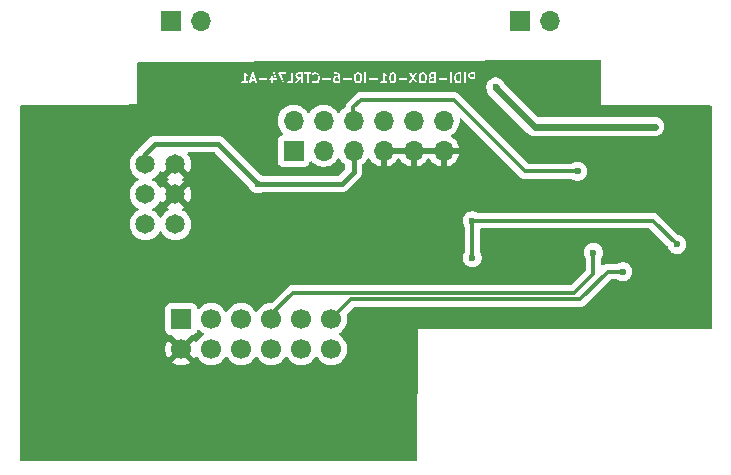
<source format=gbr>
%TF.GenerationSoftware,KiCad,Pcbnew,9.0.6*%
%TF.CreationDate,2025-12-26T20:18:53+00:00*%
%TF.ProjectId,PIDI-BOX-01-IO-6-CTRL74-A1,50494449-2d42-44f5-982d-30312d494f2d,rev?*%
%TF.SameCoordinates,Original*%
%TF.FileFunction,Copper,L2,Bot*%
%TF.FilePolarity,Positive*%
%FSLAX46Y46*%
G04 Gerber Fmt 4.6, Leading zero omitted, Abs format (unit mm)*
G04 Created by KiCad (PCBNEW 9.0.6) date 2025-12-26 20:18:53*
%MOMM*%
%LPD*%
G01*
G04 APERTURE LIST*
%ADD10C,0.150000*%
%TA.AperFunction,ComponentPad*%
%ADD11R,1.700000X1.700000*%
%TD*%
%TA.AperFunction,ComponentPad*%
%ADD12O,1.700000X1.700000*%
%TD*%
%TA.AperFunction,ComponentPad*%
%ADD13C,1.650000*%
%TD*%
%TA.AperFunction,ComponentPad*%
%ADD14C,1.700000*%
%TD*%
%TA.AperFunction,ViaPad*%
%ADD15C,0.600000*%
%TD*%
%TA.AperFunction,ViaPad*%
%ADD16C,1.000000*%
%TD*%
%TA.AperFunction,Conductor*%
%ADD17C,0.300000*%
%TD*%
%TA.AperFunction,Conductor*%
%ADD18C,0.600000*%
%TD*%
%TA.AperFunction,Conductor*%
%ADD19C,0.400000*%
%TD*%
G04 APERTURE END LIST*
D10*
G36*
X128953852Y-91065791D02*
G01*
X128974735Y-91086674D01*
X128999470Y-91136143D01*
X128999470Y-91291208D01*
X128974734Y-91340678D01*
X128953851Y-91361561D01*
X128904384Y-91386295D01*
X128787413Y-91386295D01*
X128737944Y-91361561D01*
X128717061Y-91340677D01*
X128692327Y-91291209D01*
X128692327Y-91136142D01*
X128717061Y-91086673D01*
X128737943Y-91065791D01*
X128787413Y-91041057D01*
X128904384Y-91041057D01*
X128953852Y-91065791D01*
G37*
G36*
X130744328Y-90761029D02*
G01*
X130797222Y-90813923D01*
X130828041Y-90937196D01*
X130828041Y-91185392D01*
X130797222Y-91308666D01*
X130744327Y-91361560D01*
X130694859Y-91386295D01*
X130577888Y-91386295D01*
X130528420Y-91361561D01*
X130475524Y-91308665D01*
X130444707Y-91185394D01*
X130444707Y-90937194D01*
X130475524Y-90813923D01*
X130528419Y-90761029D01*
X130577888Y-90736295D01*
X130694859Y-90736295D01*
X130744328Y-90761029D01*
G37*
G36*
X133639566Y-90761029D02*
G01*
X133660448Y-90781911D01*
X133689418Y-90839850D01*
X133723279Y-90975292D01*
X133723279Y-91147297D01*
X133689418Y-91282738D01*
X133660448Y-91340677D01*
X133639565Y-91361561D01*
X133590097Y-91386295D01*
X133549317Y-91386295D01*
X133499848Y-91361561D01*
X133478965Y-91340677D01*
X133449995Y-91282738D01*
X133416136Y-91147299D01*
X133416136Y-90975290D01*
X133449995Y-90839851D01*
X133478965Y-90781911D01*
X133499847Y-90761029D01*
X133549317Y-90736295D01*
X133590097Y-90736295D01*
X133639566Y-90761029D01*
G37*
G36*
X136230042Y-90761029D02*
G01*
X136282936Y-90813923D01*
X136313755Y-90937196D01*
X136313755Y-91185392D01*
X136282936Y-91308666D01*
X136230041Y-91361560D01*
X136180573Y-91386295D01*
X136063602Y-91386295D01*
X136014134Y-91361561D01*
X135961238Y-91308665D01*
X135930421Y-91185394D01*
X135930421Y-90937194D01*
X135961238Y-90813923D01*
X136014133Y-90761029D01*
X136063602Y-90736295D01*
X136180573Y-90736295D01*
X136230042Y-90761029D01*
G37*
G36*
X137075659Y-91386295D02*
G01*
X136863602Y-91386295D01*
X136814134Y-91361561D01*
X136793250Y-91340676D01*
X136768516Y-91291208D01*
X136768516Y-91212334D01*
X136793250Y-91162865D01*
X136810221Y-91145893D01*
X136896163Y-91117247D01*
X137075659Y-91117247D01*
X137075659Y-91386295D01*
G37*
G36*
X137075659Y-90967247D02*
G01*
X136901698Y-90967247D01*
X136852228Y-90942512D01*
X136831346Y-90921630D01*
X136806612Y-90872161D01*
X136806612Y-90831380D01*
X136831346Y-90781911D01*
X136852228Y-90761029D01*
X136901698Y-90736295D01*
X137075659Y-90736295D01*
X137075659Y-90967247D01*
G37*
G36*
X139247087Y-91386295D02*
G01*
X139143781Y-91386295D01*
X139057839Y-91357648D01*
X139002774Y-91302582D01*
X138973804Y-91244642D01*
X138939944Y-91109202D01*
X138939944Y-91013387D01*
X138973804Y-90877946D01*
X139002774Y-90820006D01*
X139057838Y-90764942D01*
X139143781Y-90736295D01*
X139247087Y-90736295D01*
X139247087Y-91386295D01*
G37*
G36*
X125799469Y-91005342D02*
G01*
X125587412Y-91005342D01*
X125537944Y-90980608D01*
X125517061Y-90959725D01*
X125492326Y-90910255D01*
X125492326Y-90831381D01*
X125517061Y-90781911D01*
X125537944Y-90761029D01*
X125587412Y-90736295D01*
X125799469Y-90736295D01*
X125799469Y-91005342D01*
G37*
G36*
X121846603Y-91157723D02*
G01*
X121673764Y-91157723D01*
X121760183Y-90898465D01*
X121846603Y-91157723D01*
G37*
G36*
X140428039Y-91005342D02*
G01*
X140215982Y-91005342D01*
X140166514Y-90980608D01*
X140145631Y-90959725D01*
X140120896Y-90910255D01*
X140120896Y-90831381D01*
X140145631Y-90781911D01*
X140166514Y-90761029D01*
X140215982Y-90736295D01*
X140428039Y-90736295D01*
X140428039Y-91005342D01*
G37*
G36*
X140666928Y-91625184D02*
G01*
X120645355Y-91625184D01*
X120645355Y-91446663D01*
X120734244Y-91446663D01*
X120734244Y-91475927D01*
X120745443Y-91502963D01*
X120766135Y-91523655D01*
X120793171Y-91534854D01*
X120807803Y-91536295D01*
X121264946Y-91536295D01*
X121279578Y-91534854D01*
X121306614Y-91523655D01*
X121327306Y-91502963D01*
X121338505Y-91475927D01*
X121338505Y-91451915D01*
X121419106Y-91451915D01*
X121421181Y-91481105D01*
X121434267Y-91507278D01*
X121456375Y-91526452D01*
X121484137Y-91535706D01*
X121513327Y-91533631D01*
X121539500Y-91520545D01*
X121558674Y-91498437D01*
X121564668Y-91485012D01*
X121623764Y-91307723D01*
X121896603Y-91307723D01*
X121955699Y-91485012D01*
X121961693Y-91498437D01*
X121980867Y-91520545D01*
X122007040Y-91533631D01*
X122036230Y-91535706D01*
X122063993Y-91526452D01*
X122086100Y-91507278D01*
X122099186Y-91481105D01*
X122101261Y-91451915D01*
X122098001Y-91437578D01*
X121999442Y-91141901D01*
X122219958Y-91141901D01*
X122219958Y-91171165D01*
X122231157Y-91198201D01*
X122251849Y-91218893D01*
X122278885Y-91230092D01*
X122293517Y-91231533D01*
X122903040Y-91231533D01*
X122917672Y-91230092D01*
X122944708Y-91218893D01*
X122965400Y-91198201D01*
X122972941Y-91179996D01*
X123134243Y-91179996D01*
X123134243Y-91209260D01*
X123145442Y-91236296D01*
X123166134Y-91256988D01*
X123193170Y-91268187D01*
X123207802Y-91269628D01*
X123247088Y-91269628D01*
X123247088Y-91461295D01*
X123248529Y-91475927D01*
X123259728Y-91502963D01*
X123280420Y-91523655D01*
X123307456Y-91534854D01*
X123336720Y-91534854D01*
X123363756Y-91523655D01*
X123384448Y-91502963D01*
X123395647Y-91475927D01*
X123397088Y-91461295D01*
X123397088Y-91269628D01*
X123703041Y-91269628D01*
X123710446Y-91268898D01*
X123712421Y-91269039D01*
X123713846Y-91268563D01*
X123717673Y-91268187D01*
X123728780Y-91263586D01*
X123740184Y-91259785D01*
X123742220Y-91258018D01*
X123744709Y-91256988D01*
X123753208Y-91248488D01*
X123762291Y-91240611D01*
X123763495Y-91238201D01*
X123765401Y-91236296D01*
X123770003Y-91225184D01*
X123775377Y-91214437D01*
X123775567Y-91211751D01*
X123776600Y-91209260D01*
X123776600Y-91197232D01*
X123777452Y-91185247D01*
X123776600Y-91181500D01*
X123776600Y-91179996D01*
X123775841Y-91178165D01*
X123774192Y-91170911D01*
X123599741Y-90647561D01*
X123895975Y-90647561D01*
X123896148Y-90661740D01*
X123896148Y-90675927D01*
X123896326Y-90676357D01*
X123896332Y-90676822D01*
X123900771Y-90690839D01*
X124243629Y-91490839D01*
X124250717Y-91503720D01*
X124271661Y-91524158D01*
X124298831Y-91535026D01*
X124328092Y-91534670D01*
X124354990Y-91523142D01*
X124375429Y-91502199D01*
X124386297Y-91475029D01*
X124385951Y-91446663D01*
X124619958Y-91446663D01*
X124619958Y-91475927D01*
X124631157Y-91502963D01*
X124651849Y-91523655D01*
X124678885Y-91534854D01*
X124693517Y-91536295D01*
X125074469Y-91536295D01*
X125089101Y-91534854D01*
X125116137Y-91523655D01*
X125136829Y-91502963D01*
X125148028Y-91475927D01*
X125149469Y-91461295D01*
X125149469Y-90813676D01*
X125342326Y-90813676D01*
X125342326Y-90927961D01*
X125343767Y-90942593D01*
X125344797Y-90945081D01*
X125344989Y-90947771D01*
X125350244Y-90961502D01*
X125388340Y-91037693D01*
X125392303Y-91043989D01*
X125393062Y-91045820D01*
X125394753Y-91047881D01*
X125396173Y-91050136D01*
X125397668Y-91051432D01*
X125402389Y-91057185D01*
X125440484Y-91095280D01*
X125446233Y-91099998D01*
X125447533Y-91101497D01*
X125449792Y-91102918D01*
X125451849Y-91104607D01*
X125453676Y-91105364D01*
X125459976Y-91109329D01*
X125536166Y-91147424D01*
X125543517Y-91150237D01*
X125355884Y-91418285D01*
X125348673Y-91431099D01*
X125342344Y-91459670D01*
X125347429Y-91488487D01*
X125363156Y-91513166D01*
X125387130Y-91529948D01*
X125415701Y-91536277D01*
X125444518Y-91531192D01*
X125469197Y-91515465D01*
X125478768Y-91504305D01*
X125723042Y-91155342D01*
X125799469Y-91155342D01*
X125799469Y-91461295D01*
X125800910Y-91475927D01*
X125812109Y-91502963D01*
X125832801Y-91523655D01*
X125859837Y-91534854D01*
X125889101Y-91534854D01*
X125916137Y-91523655D01*
X125936829Y-91502963D01*
X125948028Y-91475927D01*
X125949469Y-91461295D01*
X125949469Y-90661295D01*
X125948028Y-90646663D01*
X126067577Y-90646663D01*
X126067577Y-90675927D01*
X126078776Y-90702963D01*
X126099468Y-90723655D01*
X126126504Y-90734854D01*
X126141136Y-90736295D01*
X126294708Y-90736295D01*
X126294708Y-91461295D01*
X126296149Y-91475927D01*
X126307348Y-91502963D01*
X126328040Y-91523655D01*
X126355076Y-91534854D01*
X126384340Y-91534854D01*
X126411376Y-91523655D01*
X126432068Y-91502963D01*
X126443267Y-91475927D01*
X126444708Y-91461295D01*
X126444708Y-90736295D01*
X126598279Y-90736295D01*
X126612911Y-90734854D01*
X126639947Y-90723655D01*
X126640749Y-90722853D01*
X126753291Y-90722853D01*
X126753291Y-90752115D01*
X126764489Y-90779152D01*
X126785182Y-90799845D01*
X126812218Y-90811044D01*
X126841480Y-90811044D01*
X126868517Y-90799846D01*
X126879882Y-90790519D01*
X126905459Y-90764942D01*
X126991401Y-90736295D01*
X127043252Y-90736295D01*
X127129194Y-90764942D01*
X127184258Y-90820006D01*
X127213228Y-90877945D01*
X127247089Y-91013387D01*
X127247089Y-91109202D01*
X127213228Y-91244643D01*
X127184258Y-91302582D01*
X127129193Y-91357648D01*
X127043252Y-91386295D01*
X126991401Y-91386295D01*
X126905460Y-91357648D01*
X126879883Y-91332071D01*
X126868518Y-91322744D01*
X126841481Y-91311545D01*
X126812219Y-91311545D01*
X126785182Y-91322744D01*
X126764490Y-91343436D01*
X126753291Y-91370473D01*
X126753291Y-91399735D01*
X126764490Y-91426772D01*
X126773817Y-91438137D01*
X126811913Y-91476233D01*
X126823278Y-91485561D01*
X126825768Y-91486592D01*
X126827803Y-91488357D01*
X126841229Y-91494351D01*
X126955514Y-91532446D01*
X126962767Y-91534095D01*
X126964599Y-91534854D01*
X126967253Y-91535115D01*
X126969851Y-91535706D01*
X126971825Y-91535565D01*
X126979231Y-91536295D01*
X127055422Y-91536295D01*
X127062827Y-91535565D01*
X127064802Y-91535706D01*
X127067399Y-91535115D01*
X127070054Y-91534854D01*
X127071885Y-91534095D01*
X127079139Y-91532446D01*
X127193425Y-91494351D01*
X127206850Y-91488357D01*
X127208885Y-91486591D01*
X127211376Y-91485560D01*
X127222741Y-91476233D01*
X127298932Y-91400041D01*
X127303649Y-91394292D01*
X127305148Y-91392993D01*
X127306569Y-91390734D01*
X127308259Y-91388676D01*
X127309016Y-91386846D01*
X127312980Y-91380550D01*
X127351075Y-91304360D01*
X127351484Y-91303290D01*
X127351807Y-91302855D01*
X127354005Y-91296703D01*
X127356330Y-91290628D01*
X127356368Y-91290089D01*
X127356754Y-91289010D01*
X127393532Y-91141901D01*
X127591387Y-91141901D01*
X127591387Y-91171165D01*
X127602586Y-91198201D01*
X127623278Y-91218893D01*
X127650314Y-91230092D01*
X127664946Y-91231533D01*
X128274469Y-91231533D01*
X128289101Y-91230092D01*
X128316137Y-91218893D01*
X128336829Y-91198201D01*
X128348028Y-91171165D01*
X128348028Y-91141901D01*
X128338309Y-91118438D01*
X128542327Y-91118438D01*
X128542327Y-91308914D01*
X128543768Y-91323546D01*
X128544799Y-91326035D01*
X128544990Y-91328723D01*
X128550245Y-91342455D01*
X128588340Y-91418645D01*
X128592303Y-91424941D01*
X128593061Y-91426771D01*
X128594750Y-91428829D01*
X128596172Y-91431088D01*
X128597670Y-91432387D01*
X128602388Y-91438136D01*
X128640483Y-91476232D01*
X128646234Y-91480952D01*
X128647533Y-91482450D01*
X128649788Y-91483869D01*
X128651848Y-91485560D01*
X128653678Y-91486318D01*
X128659976Y-91490282D01*
X128736167Y-91528377D01*
X128749899Y-91533632D01*
X128752586Y-91533822D01*
X128755076Y-91534854D01*
X128769708Y-91536295D01*
X128922089Y-91536295D01*
X128936721Y-91534854D01*
X128939210Y-91533822D01*
X128941898Y-91533632D01*
X128955630Y-91528377D01*
X129031820Y-91490282D01*
X129038119Y-91486317D01*
X129039947Y-91485560D01*
X129042003Y-91483872D01*
X129044263Y-91482450D01*
X129045563Y-91480950D01*
X129051313Y-91476232D01*
X129089408Y-91438136D01*
X129094128Y-91432384D01*
X129095623Y-91431088D01*
X129097042Y-91428833D01*
X129098735Y-91426771D01*
X129099493Y-91424940D01*
X129103456Y-91418646D01*
X129141551Y-91342456D01*
X129146806Y-91328724D01*
X129146996Y-91326037D01*
X129148029Y-91323546D01*
X129149470Y-91308914D01*
X129149470Y-91141901D01*
X129343768Y-91141901D01*
X129343768Y-91171165D01*
X129354967Y-91198201D01*
X129375659Y-91218893D01*
X129402695Y-91230092D01*
X129417327Y-91231533D01*
X130026850Y-91231533D01*
X130041482Y-91230092D01*
X130068518Y-91218893D01*
X130089210Y-91198201D01*
X130100409Y-91171165D01*
X130100409Y-91141901D01*
X130089210Y-91114865D01*
X130068518Y-91094173D01*
X130041482Y-91082974D01*
X130026850Y-91081533D01*
X129417327Y-91081533D01*
X129402695Y-91082974D01*
X129375659Y-91094173D01*
X129354967Y-91114865D01*
X129343768Y-91141901D01*
X129149470Y-91141901D01*
X129149470Y-91004152D01*
X129149218Y-91001598D01*
X129149381Y-91000506D01*
X129148571Y-90995032D01*
X129148029Y-90989520D01*
X129147606Y-90988498D01*
X129147231Y-90985962D01*
X129132731Y-90927961D01*
X130294707Y-90927961D01*
X130294707Y-91194628D01*
X130294958Y-91197181D01*
X130294796Y-91198273D01*
X130295604Y-91203745D01*
X130296148Y-91209260D01*
X130296571Y-91210281D01*
X130296946Y-91212818D01*
X130335041Y-91365199D01*
X130339988Y-91379045D01*
X130343308Y-91383526D01*
X130345442Y-91388677D01*
X130354769Y-91400042D01*
X130430960Y-91476233D01*
X130436709Y-91480951D01*
X130438009Y-91482450D01*
X130440268Y-91483871D01*
X130442325Y-91485560D01*
X130444152Y-91486317D01*
X130450452Y-91490282D01*
X130526642Y-91528377D01*
X130540374Y-91533632D01*
X130543061Y-91533822D01*
X130545551Y-91534854D01*
X130560183Y-91536295D01*
X130712564Y-91536295D01*
X130727196Y-91534854D01*
X130729685Y-91533822D01*
X130732373Y-91533632D01*
X130746105Y-91528377D01*
X130822296Y-91490282D01*
X130828595Y-91486317D01*
X130830423Y-91485560D01*
X130832479Y-91483871D01*
X130834739Y-91482450D01*
X130836038Y-91480951D01*
X130841788Y-91476233D01*
X130917979Y-91400041D01*
X130927306Y-91388676D01*
X130929439Y-91383525D01*
X130932759Y-91379045D01*
X130937706Y-91365200D01*
X130975802Y-91212818D01*
X130976177Y-91210281D01*
X130976600Y-91209260D01*
X130977142Y-91203747D01*
X130977952Y-91198274D01*
X130977789Y-91197181D01*
X130978041Y-91194628D01*
X130978041Y-90927961D01*
X130977789Y-90925407D01*
X130977952Y-90924315D01*
X130977142Y-90918841D01*
X130976600Y-90913329D01*
X130976177Y-90912307D01*
X130975802Y-90909771D01*
X130937706Y-90757389D01*
X130932759Y-90743544D01*
X130929440Y-90739064D01*
X130927306Y-90733912D01*
X130917978Y-90722547D01*
X130856726Y-90661295D01*
X131170897Y-90661295D01*
X131170897Y-91461295D01*
X131172338Y-91475927D01*
X131183537Y-91502963D01*
X131204229Y-91523655D01*
X131231265Y-91534854D01*
X131260529Y-91534854D01*
X131287565Y-91523655D01*
X131308257Y-91502963D01*
X131319456Y-91475927D01*
X131320897Y-91461295D01*
X131320897Y-91446663D01*
X132505672Y-91446663D01*
X132505672Y-91475927D01*
X132516871Y-91502963D01*
X132537563Y-91523655D01*
X132564599Y-91534854D01*
X132579231Y-91536295D01*
X133036374Y-91536295D01*
X133051006Y-91534854D01*
X133078042Y-91523655D01*
X133098734Y-91502963D01*
X133109933Y-91475927D01*
X133109933Y-91446663D01*
X133098734Y-91419627D01*
X133078042Y-91398935D01*
X133051006Y-91387736D01*
X133036374Y-91386295D01*
X132882802Y-91386295D01*
X132882802Y-90966057D01*
X133266136Y-90966057D01*
X133266136Y-91156533D01*
X133266387Y-91159086D01*
X133266225Y-91160178D01*
X133267033Y-91165650D01*
X133267577Y-91171165D01*
X133268000Y-91172186D01*
X133268375Y-91174723D01*
X133306470Y-91327104D01*
X133306855Y-91328183D01*
X133306894Y-91328723D01*
X133309221Y-91334804D01*
X133311417Y-91340950D01*
X133311739Y-91341385D01*
X133312149Y-91342455D01*
X133350244Y-91418645D01*
X133354207Y-91424941D01*
X133354965Y-91426771D01*
X133356654Y-91428829D01*
X133358076Y-91431088D01*
X133359574Y-91432387D01*
X133364292Y-91438136D01*
X133402387Y-91476232D01*
X133408138Y-91480952D01*
X133409437Y-91482450D01*
X133411692Y-91483869D01*
X133413752Y-91485560D01*
X133415582Y-91486318D01*
X133421880Y-91490282D01*
X133498071Y-91528377D01*
X133511803Y-91533632D01*
X133514490Y-91533822D01*
X133516980Y-91534854D01*
X133531612Y-91536295D01*
X133607802Y-91536295D01*
X133622434Y-91534854D01*
X133624923Y-91533822D01*
X133627611Y-91533632D01*
X133641343Y-91528377D01*
X133717534Y-91490282D01*
X133723833Y-91486317D01*
X133725661Y-91485560D01*
X133727717Y-91483872D01*
X133729977Y-91482450D01*
X133731277Y-91480950D01*
X133737027Y-91476232D01*
X133775122Y-91438136D01*
X133779839Y-91432387D01*
X133781338Y-91431088D01*
X133782759Y-91428829D01*
X133784449Y-91426771D01*
X133785206Y-91424941D01*
X133789170Y-91418645D01*
X133827265Y-91342455D01*
X133827674Y-91341385D01*
X133827997Y-91340950D01*
X133830195Y-91334798D01*
X133832520Y-91328723D01*
X133832558Y-91328184D01*
X133832944Y-91327105D01*
X133871040Y-91174723D01*
X133871415Y-91172186D01*
X133871838Y-91171165D01*
X133872380Y-91165652D01*
X133873190Y-91160179D01*
X133873027Y-91159086D01*
X133873279Y-91156533D01*
X133873279Y-91141901D01*
X134067577Y-91141901D01*
X134067577Y-91171165D01*
X134078776Y-91198201D01*
X134099468Y-91218893D01*
X134126504Y-91230092D01*
X134141136Y-91231533D01*
X134750659Y-91231533D01*
X134765291Y-91230092D01*
X134792327Y-91218893D01*
X134813019Y-91198201D01*
X134824218Y-91171165D01*
X134824218Y-91141901D01*
X134813019Y-91114865D01*
X134792327Y-91094173D01*
X134765291Y-91082974D01*
X134750659Y-91081533D01*
X134141136Y-91081533D01*
X134126504Y-91082974D01*
X134099468Y-91094173D01*
X134078776Y-91114865D01*
X134067577Y-91141901D01*
X133873279Y-91141901D01*
X133873279Y-90966057D01*
X133873027Y-90963503D01*
X133873190Y-90962411D01*
X133872380Y-90956937D01*
X133871838Y-90951425D01*
X133871415Y-90950403D01*
X133871040Y-90947867D01*
X133832944Y-90795485D01*
X133832558Y-90794405D01*
X133832520Y-90793867D01*
X133830195Y-90787791D01*
X133827997Y-90781640D01*
X133827674Y-90781204D01*
X133827265Y-90780135D01*
X133789170Y-90703944D01*
X133785205Y-90697644D01*
X133784448Y-90695817D01*
X133782759Y-90693760D01*
X133781338Y-90691501D01*
X133779839Y-90690201D01*
X133775121Y-90684452D01*
X133751885Y-90661216D01*
X134980421Y-90661216D01*
X134986100Y-90689924D01*
X134993017Y-90702898D01*
X135231948Y-91061295D01*
X134993017Y-91419692D01*
X134986100Y-91432666D01*
X134980421Y-91461374D01*
X134986160Y-91490068D01*
X135002443Y-91514383D01*
X135026792Y-91530616D01*
X135055500Y-91536295D01*
X135084194Y-91530556D01*
X135108509Y-91514273D01*
X135117825Y-91502898D01*
X135322087Y-91196503D01*
X135526351Y-91502898D01*
X135535667Y-91514273D01*
X135559982Y-91530556D01*
X135588676Y-91536295D01*
X135617384Y-91530616D01*
X135641733Y-91514384D01*
X135658016Y-91490069D01*
X135663755Y-91461374D01*
X135658076Y-91432667D01*
X135651159Y-91419693D01*
X135412227Y-91061295D01*
X135501116Y-90927961D01*
X135780421Y-90927961D01*
X135780421Y-91194628D01*
X135780672Y-91197181D01*
X135780510Y-91198273D01*
X135781318Y-91203745D01*
X135781862Y-91209260D01*
X135782285Y-91210281D01*
X135782660Y-91212818D01*
X135820755Y-91365199D01*
X135825702Y-91379045D01*
X135829022Y-91383526D01*
X135831156Y-91388677D01*
X135840483Y-91400042D01*
X135916674Y-91476233D01*
X135922423Y-91480951D01*
X135923723Y-91482450D01*
X135925982Y-91483871D01*
X135928039Y-91485560D01*
X135929866Y-91486317D01*
X135936166Y-91490282D01*
X136012356Y-91528377D01*
X136026088Y-91533632D01*
X136028775Y-91533822D01*
X136031265Y-91534854D01*
X136045897Y-91536295D01*
X136198278Y-91536295D01*
X136212910Y-91534854D01*
X136215399Y-91533822D01*
X136218087Y-91533632D01*
X136231819Y-91528377D01*
X136308010Y-91490282D01*
X136314309Y-91486317D01*
X136316137Y-91485560D01*
X136318193Y-91483871D01*
X136320453Y-91482450D01*
X136321752Y-91480951D01*
X136327502Y-91476233D01*
X136403693Y-91400041D01*
X136413020Y-91388676D01*
X136415153Y-91383525D01*
X136418473Y-91379045D01*
X136423420Y-91365200D01*
X136461516Y-91212818D01*
X136461891Y-91210281D01*
X136462314Y-91209260D01*
X136462856Y-91203747D01*
X136463666Y-91198274D01*
X136463503Y-91197181D01*
X136463755Y-91194628D01*
X136618516Y-91194628D01*
X136618516Y-91308914D01*
X136619957Y-91323546D01*
X136620987Y-91326034D01*
X136621179Y-91328724D01*
X136626434Y-91342456D01*
X136664530Y-91418645D01*
X136668492Y-91424939D01*
X136669251Y-91426771D01*
X136670944Y-91428834D01*
X136672363Y-91431088D01*
X136673857Y-91432384D01*
X136678578Y-91438136D01*
X136716673Y-91476232D01*
X136722424Y-91480952D01*
X136723723Y-91482450D01*
X136725978Y-91483869D01*
X136728038Y-91485560D01*
X136729868Y-91486318D01*
X136736166Y-91490282D01*
X136812356Y-91528377D01*
X136826088Y-91533632D01*
X136828775Y-91533822D01*
X136831265Y-91534854D01*
X136845897Y-91536295D01*
X137150659Y-91536295D01*
X137165291Y-91534854D01*
X137192327Y-91523655D01*
X137213019Y-91502963D01*
X137224218Y-91475927D01*
X137225659Y-91461295D01*
X137225659Y-91141901D01*
X137458053Y-91141901D01*
X137458053Y-91171165D01*
X137469252Y-91198201D01*
X137489944Y-91218893D01*
X137516980Y-91230092D01*
X137531612Y-91231533D01*
X138141135Y-91231533D01*
X138155767Y-91230092D01*
X138182803Y-91218893D01*
X138203495Y-91198201D01*
X138214694Y-91171165D01*
X138214694Y-91141901D01*
X138203495Y-91114865D01*
X138182803Y-91094173D01*
X138155767Y-91082974D01*
X138141135Y-91081533D01*
X137531612Y-91081533D01*
X137516980Y-91082974D01*
X137489944Y-91094173D01*
X137469252Y-91114865D01*
X137458053Y-91141901D01*
X137225659Y-91141901D01*
X137225659Y-90661295D01*
X138447087Y-90661295D01*
X138447087Y-91461295D01*
X138448528Y-91475927D01*
X138459727Y-91502963D01*
X138480419Y-91523655D01*
X138507455Y-91534854D01*
X138536719Y-91534854D01*
X138563755Y-91523655D01*
X138584447Y-91502963D01*
X138595646Y-91475927D01*
X138597087Y-91461295D01*
X138597087Y-91004152D01*
X138789944Y-91004152D01*
X138789944Y-91118438D01*
X138790195Y-91120991D01*
X138790033Y-91122084D01*
X138790842Y-91127558D01*
X138791385Y-91133070D01*
X138791807Y-91134090D01*
X138792183Y-91136629D01*
X138830279Y-91289010D01*
X138830664Y-91290089D01*
X138830703Y-91290628D01*
X138833027Y-91296703D01*
X138835226Y-91302855D01*
X138835548Y-91303290D01*
X138835958Y-91304360D01*
X138874053Y-91380550D01*
X138878016Y-91386846D01*
X138878774Y-91388676D01*
X138880463Y-91390734D01*
X138881885Y-91392993D01*
X138883383Y-91394292D01*
X138888102Y-91400042D01*
X138964292Y-91476233D01*
X138975657Y-91485560D01*
X138978147Y-91486591D01*
X138980183Y-91488357D01*
X138993608Y-91494351D01*
X139107894Y-91532446D01*
X139115147Y-91534095D01*
X139116979Y-91534854D01*
X139119633Y-91535115D01*
X139122231Y-91535706D01*
X139124205Y-91535565D01*
X139131611Y-91536295D01*
X139322087Y-91536295D01*
X139336719Y-91534854D01*
X139363755Y-91523655D01*
X139384447Y-91502963D01*
X139395646Y-91475927D01*
X139397087Y-91461295D01*
X139397087Y-90661295D01*
X139628039Y-90661295D01*
X139628039Y-91461295D01*
X139629480Y-91475927D01*
X139640679Y-91502963D01*
X139661371Y-91523655D01*
X139688407Y-91534854D01*
X139717671Y-91534854D01*
X139744707Y-91523655D01*
X139765399Y-91502963D01*
X139776598Y-91475927D01*
X139778039Y-91461295D01*
X139778039Y-90813676D01*
X139970896Y-90813676D01*
X139970896Y-90927961D01*
X139972337Y-90942593D01*
X139973367Y-90945081D01*
X139973559Y-90947771D01*
X139978814Y-90961502D01*
X140016910Y-91037693D01*
X140020873Y-91043989D01*
X140021632Y-91045820D01*
X140023323Y-91047881D01*
X140024743Y-91050136D01*
X140026238Y-91051432D01*
X140030959Y-91057185D01*
X140069054Y-91095280D01*
X140074803Y-91099998D01*
X140076103Y-91101497D01*
X140078362Y-91102918D01*
X140080419Y-91104607D01*
X140082246Y-91105364D01*
X140088546Y-91109329D01*
X140164736Y-91147424D01*
X140178468Y-91152679D01*
X140181155Y-91152869D01*
X140183645Y-91153901D01*
X140198277Y-91155342D01*
X140428039Y-91155342D01*
X140428039Y-91461295D01*
X140429480Y-91475927D01*
X140440679Y-91502963D01*
X140461371Y-91523655D01*
X140488407Y-91534854D01*
X140517671Y-91534854D01*
X140544707Y-91523655D01*
X140565399Y-91502963D01*
X140576598Y-91475927D01*
X140578039Y-91461295D01*
X140578039Y-90661295D01*
X140576598Y-90646663D01*
X140565399Y-90619627D01*
X140544707Y-90598935D01*
X140517671Y-90587736D01*
X140503039Y-90586295D01*
X140198277Y-90586295D01*
X140183645Y-90587736D01*
X140181155Y-90588767D01*
X140178468Y-90588958D01*
X140164736Y-90594213D01*
X140088546Y-90632308D01*
X140082246Y-90636272D01*
X140080419Y-90637030D01*
X140078362Y-90638718D01*
X140076103Y-90640140D01*
X140074803Y-90641638D01*
X140069054Y-90646357D01*
X140030959Y-90684452D01*
X140026238Y-90690204D01*
X140024743Y-90691501D01*
X140023323Y-90693755D01*
X140021632Y-90695817D01*
X140020873Y-90697647D01*
X140016910Y-90703944D01*
X139978814Y-90780135D01*
X139973559Y-90793866D01*
X139973367Y-90796555D01*
X139972337Y-90799044D01*
X139970896Y-90813676D01*
X139778039Y-90813676D01*
X139778039Y-90661295D01*
X139776598Y-90646663D01*
X139765399Y-90619627D01*
X139744707Y-90598935D01*
X139717671Y-90587736D01*
X139688407Y-90587736D01*
X139661371Y-90598935D01*
X139640679Y-90619627D01*
X139629480Y-90646663D01*
X139628039Y-90661295D01*
X139397087Y-90661295D01*
X139395646Y-90646663D01*
X139384447Y-90619627D01*
X139363755Y-90598935D01*
X139336719Y-90587736D01*
X139322087Y-90586295D01*
X139131611Y-90586295D01*
X139124205Y-90587024D01*
X139122231Y-90586884D01*
X139119633Y-90587474D01*
X139116979Y-90587736D01*
X139115147Y-90588494D01*
X139107894Y-90590144D01*
X138993608Y-90628239D01*
X138980183Y-90634233D01*
X138978149Y-90635996D01*
X138975657Y-90637029D01*
X138964292Y-90646357D01*
X138888102Y-90722547D01*
X138883383Y-90728296D01*
X138881885Y-90729596D01*
X138880463Y-90731855D01*
X138878775Y-90733912D01*
X138878017Y-90735739D01*
X138874053Y-90742039D01*
X138835958Y-90818230D01*
X138835548Y-90819299D01*
X138835226Y-90819735D01*
X138833027Y-90825886D01*
X138830703Y-90831962D01*
X138830664Y-90832500D01*
X138830279Y-90833580D01*
X138792183Y-90985961D01*
X138791807Y-90988499D01*
X138791385Y-90989520D01*
X138790842Y-90995031D01*
X138790033Y-91000506D01*
X138790195Y-91001598D01*
X138789944Y-91004152D01*
X138597087Y-91004152D01*
X138597087Y-90661295D01*
X138595646Y-90646663D01*
X138584447Y-90619627D01*
X138563755Y-90598935D01*
X138536719Y-90587736D01*
X138507455Y-90587736D01*
X138480419Y-90598935D01*
X138459727Y-90619627D01*
X138448528Y-90646663D01*
X138447087Y-90661295D01*
X137225659Y-90661295D01*
X137224218Y-90646663D01*
X137213019Y-90619627D01*
X137192327Y-90598935D01*
X137165291Y-90587736D01*
X137150659Y-90586295D01*
X136883993Y-90586295D01*
X136869361Y-90587736D01*
X136866871Y-90588767D01*
X136864184Y-90588958D01*
X136850452Y-90594213D01*
X136774261Y-90632308D01*
X136767961Y-90636272D01*
X136766134Y-90637030D01*
X136764077Y-90638718D01*
X136761818Y-90640140D01*
X136760518Y-90641638D01*
X136754769Y-90646357D01*
X136716674Y-90684452D01*
X136711955Y-90690201D01*
X136710457Y-90691501D01*
X136709035Y-90693760D01*
X136707347Y-90695817D01*
X136706589Y-90697644D01*
X136702625Y-90703944D01*
X136664530Y-90780135D01*
X136659275Y-90793867D01*
X136659084Y-90796554D01*
X136658053Y-90799044D01*
X136656612Y-90813676D01*
X136656612Y-90889866D01*
X136658053Y-90904498D01*
X136659084Y-90906987D01*
X136659275Y-90909675D01*
X136664530Y-90923407D01*
X136702625Y-90999598D01*
X136706589Y-91005897D01*
X136707347Y-91007725D01*
X136709035Y-91009781D01*
X136710457Y-91012041D01*
X136711955Y-91013340D01*
X136716674Y-91019090D01*
X136721188Y-91023604D01*
X136716673Y-91027310D01*
X136678578Y-91065406D01*
X136673857Y-91071157D01*
X136672363Y-91072454D01*
X136670944Y-91074707D01*
X136669251Y-91076771D01*
X136668492Y-91078602D01*
X136664530Y-91084897D01*
X136626434Y-91161086D01*
X136621179Y-91174818D01*
X136620987Y-91177507D01*
X136619957Y-91179996D01*
X136618516Y-91194628D01*
X136463755Y-91194628D01*
X136463755Y-90927961D01*
X136463503Y-90925407D01*
X136463666Y-90924315D01*
X136462856Y-90918841D01*
X136462314Y-90913329D01*
X136461891Y-90912307D01*
X136461516Y-90909771D01*
X136423420Y-90757389D01*
X136418473Y-90743544D01*
X136415154Y-90739064D01*
X136413020Y-90733912D01*
X136403692Y-90722547D01*
X136327502Y-90646357D01*
X136321752Y-90641638D01*
X136320453Y-90640140D01*
X136318193Y-90638718D01*
X136316137Y-90637030D01*
X136314309Y-90636272D01*
X136308010Y-90632308D01*
X136231819Y-90594213D01*
X136218087Y-90588958D01*
X136215399Y-90588767D01*
X136212910Y-90587736D01*
X136198278Y-90586295D01*
X136045897Y-90586295D01*
X136031265Y-90587736D01*
X136028775Y-90588767D01*
X136026088Y-90588958D01*
X136012356Y-90594213D01*
X135936166Y-90632308D01*
X135929869Y-90636271D01*
X135928040Y-90637029D01*
X135925981Y-90638718D01*
X135923723Y-90640140D01*
X135922423Y-90641638D01*
X135916675Y-90646356D01*
X135840483Y-90722547D01*
X135831156Y-90733912D01*
X135829022Y-90739062D01*
X135825702Y-90743544D01*
X135820755Y-90757390D01*
X135782660Y-90909771D01*
X135782285Y-90912307D01*
X135781862Y-90913329D01*
X135781318Y-90918843D01*
X135780510Y-90924316D01*
X135780672Y-90925407D01*
X135780421Y-90927961D01*
X135501116Y-90927961D01*
X135651159Y-90702897D01*
X135658076Y-90689923D01*
X135663755Y-90661216D01*
X135658016Y-90632521D01*
X135641733Y-90608206D01*
X135617384Y-90591974D01*
X135588676Y-90586295D01*
X135559982Y-90592034D01*
X135535667Y-90608317D01*
X135526351Y-90619692D01*
X135322087Y-90926086D01*
X135117825Y-90619692D01*
X135108509Y-90608317D01*
X135084194Y-90592034D01*
X135055500Y-90586295D01*
X135026792Y-90591974D01*
X135002443Y-90608207D01*
X134986160Y-90632522D01*
X134980421Y-90661216D01*
X133751885Y-90661216D01*
X133737026Y-90646357D01*
X133731276Y-90641638D01*
X133729977Y-90640140D01*
X133727717Y-90638718D01*
X133725661Y-90637030D01*
X133723833Y-90636272D01*
X133717534Y-90632308D01*
X133641343Y-90594213D01*
X133627611Y-90588958D01*
X133624923Y-90588767D01*
X133622434Y-90587736D01*
X133607802Y-90586295D01*
X133531612Y-90586295D01*
X133516980Y-90587736D01*
X133514490Y-90588767D01*
X133511803Y-90588958D01*
X133498071Y-90594213D01*
X133421880Y-90632308D01*
X133415580Y-90636272D01*
X133413753Y-90637030D01*
X133411696Y-90638718D01*
X133409437Y-90640140D01*
X133408137Y-90641638D01*
X133402388Y-90646357D01*
X133364293Y-90684452D01*
X133359574Y-90690201D01*
X133358076Y-90691501D01*
X133356654Y-90693760D01*
X133354966Y-90695817D01*
X133354208Y-90697644D01*
X133350244Y-90703944D01*
X133312149Y-90780135D01*
X133311739Y-90781204D01*
X133311417Y-90781640D01*
X133309221Y-90787785D01*
X133306894Y-90793867D01*
X133306855Y-90794406D01*
X133306470Y-90795486D01*
X133268375Y-90947867D01*
X133268000Y-90950403D01*
X133267577Y-90951425D01*
X133267033Y-90956939D01*
X133266225Y-90962412D01*
X133266387Y-90963503D01*
X133266136Y-90966057D01*
X132882802Y-90966057D01*
X132882802Y-90880455D01*
X132907150Y-90904804D01*
X132912899Y-90909522D01*
X132914199Y-90911021D01*
X132916458Y-90912442D01*
X132918515Y-90914131D01*
X132920342Y-90914888D01*
X132926642Y-90918853D01*
X133002833Y-90956948D01*
X133016565Y-90962203D01*
X133045755Y-90964277D01*
X133073516Y-90955023D01*
X133095624Y-90935850D01*
X133108711Y-90909675D01*
X133110785Y-90880485D01*
X133101531Y-90852724D01*
X133082358Y-90830616D01*
X133069915Y-90822784D01*
X133004610Y-90790131D01*
X132942278Y-90727800D01*
X132870206Y-90619692D01*
X132870171Y-90619649D01*
X132870162Y-90619627D01*
X132870110Y-90619575D01*
X132860890Y-90608317D01*
X132854720Y-90604185D01*
X132849470Y-90598935D01*
X132842680Y-90596122D01*
X132836575Y-90592034D01*
X132829294Y-90590577D01*
X132822434Y-90587736D01*
X132815085Y-90587736D01*
X132807880Y-90586295D01*
X132800596Y-90587736D01*
X132793170Y-90587736D01*
X132786381Y-90590547D01*
X132779173Y-90591974D01*
X132772994Y-90596093D01*
X132766134Y-90598935D01*
X132760938Y-90604130D01*
X132754824Y-90608207D01*
X132750692Y-90614376D01*
X132745442Y-90619627D01*
X132742629Y-90626416D01*
X132738541Y-90632522D01*
X132737084Y-90639802D01*
X132734243Y-90646663D01*
X132732817Y-90661141D01*
X132732802Y-90661217D01*
X132732807Y-90661242D01*
X132732802Y-90661295D01*
X132732802Y-91386295D01*
X132579231Y-91386295D01*
X132564599Y-91387736D01*
X132537563Y-91398935D01*
X132516871Y-91419627D01*
X132505672Y-91446663D01*
X131320897Y-91446663D01*
X131320897Y-91141901D01*
X131553291Y-91141901D01*
X131553291Y-91171165D01*
X131564490Y-91198201D01*
X131585182Y-91218893D01*
X131612218Y-91230092D01*
X131626850Y-91231533D01*
X132236373Y-91231533D01*
X132251005Y-91230092D01*
X132278041Y-91218893D01*
X132298733Y-91198201D01*
X132309932Y-91171165D01*
X132309932Y-91141901D01*
X132298733Y-91114865D01*
X132278041Y-91094173D01*
X132251005Y-91082974D01*
X132236373Y-91081533D01*
X131626850Y-91081533D01*
X131612218Y-91082974D01*
X131585182Y-91094173D01*
X131564490Y-91114865D01*
X131553291Y-91141901D01*
X131320897Y-91141901D01*
X131320897Y-90661295D01*
X131319456Y-90646663D01*
X131308257Y-90619627D01*
X131287565Y-90598935D01*
X131260529Y-90587736D01*
X131231265Y-90587736D01*
X131204229Y-90598935D01*
X131183537Y-90619627D01*
X131172338Y-90646663D01*
X131170897Y-90661295D01*
X130856726Y-90661295D01*
X130841788Y-90646357D01*
X130836038Y-90641638D01*
X130834739Y-90640140D01*
X130832479Y-90638718D01*
X130830423Y-90637030D01*
X130828595Y-90636272D01*
X130822296Y-90632308D01*
X130746105Y-90594213D01*
X130732373Y-90588958D01*
X130729685Y-90588767D01*
X130727196Y-90587736D01*
X130712564Y-90586295D01*
X130560183Y-90586295D01*
X130545551Y-90587736D01*
X130543061Y-90588767D01*
X130540374Y-90588958D01*
X130526642Y-90594213D01*
X130450452Y-90632308D01*
X130444155Y-90636271D01*
X130442326Y-90637029D01*
X130440267Y-90638718D01*
X130438009Y-90640140D01*
X130436709Y-90641638D01*
X130430961Y-90646356D01*
X130354769Y-90722547D01*
X130345442Y-90733912D01*
X130343308Y-90739062D01*
X130339988Y-90743544D01*
X130335041Y-90757390D01*
X130296946Y-90909771D01*
X130296571Y-90912307D01*
X130296148Y-90913329D01*
X130295604Y-90918843D01*
X130294796Y-90924316D01*
X130294958Y-90925407D01*
X130294707Y-90927961D01*
X129132731Y-90927961D01*
X129109135Y-90833580D01*
X129106054Y-90824957D01*
X129105695Y-90823142D01*
X129104816Y-90821494D01*
X129104188Y-90819735D01*
X129103084Y-90818246D01*
X129098778Y-90810168D01*
X129022588Y-90695883D01*
X129022554Y-90695841D01*
X129022544Y-90695817D01*
X129017778Y-90690009D01*
X129013273Y-90684507D01*
X129013248Y-90684490D01*
X129013217Y-90684452D01*
X128975122Y-90646357D01*
X128969372Y-90641638D01*
X128968073Y-90640140D01*
X128965813Y-90638718D01*
X128963757Y-90637030D01*
X128961929Y-90636272D01*
X128955630Y-90632308D01*
X128879439Y-90594213D01*
X128865707Y-90588958D01*
X128863019Y-90588767D01*
X128860530Y-90587736D01*
X128845898Y-90586295D01*
X128693517Y-90586295D01*
X128678885Y-90587736D01*
X128651849Y-90598935D01*
X128631157Y-90619627D01*
X128619958Y-90646663D01*
X128619958Y-90675927D01*
X128631157Y-90702963D01*
X128651849Y-90723655D01*
X128678885Y-90734854D01*
X128693517Y-90736295D01*
X128828193Y-90736295D01*
X128877662Y-90761029D01*
X128901899Y-90785266D01*
X128966763Y-90882562D01*
X128973043Y-90907681D01*
X128955630Y-90898975D01*
X128941898Y-90893720D01*
X128939210Y-90893529D01*
X128936721Y-90892498D01*
X128922089Y-90891057D01*
X128769708Y-90891057D01*
X128755076Y-90892498D01*
X128752586Y-90893529D01*
X128749899Y-90893720D01*
X128736167Y-90898975D01*
X128659976Y-90937070D01*
X128653676Y-90941034D01*
X128651849Y-90941792D01*
X128649792Y-90943480D01*
X128647533Y-90944902D01*
X128646233Y-90946400D01*
X128640484Y-90951119D01*
X128602389Y-90989214D01*
X128597670Y-90994963D01*
X128596172Y-90996263D01*
X128594750Y-90998522D01*
X128593062Y-91000579D01*
X128592304Y-91002406D01*
X128588340Y-91008706D01*
X128550245Y-91084897D01*
X128544990Y-91098629D01*
X128544799Y-91101316D01*
X128543768Y-91103806D01*
X128542327Y-91118438D01*
X128338309Y-91118438D01*
X128336829Y-91114865D01*
X128316137Y-91094173D01*
X128289101Y-91082974D01*
X128274469Y-91081533D01*
X127664946Y-91081533D01*
X127650314Y-91082974D01*
X127623278Y-91094173D01*
X127602586Y-91114865D01*
X127591387Y-91141901D01*
X127393532Y-91141901D01*
X127394850Y-91136628D01*
X127395225Y-91134091D01*
X127395648Y-91133070D01*
X127396190Y-91127557D01*
X127397000Y-91122084D01*
X127396837Y-91120991D01*
X127397089Y-91118438D01*
X127397089Y-91004152D01*
X127396837Y-91001598D01*
X127397000Y-91000506D01*
X127396190Y-90995032D01*
X127395648Y-90989520D01*
X127395225Y-90988498D01*
X127394850Y-90985962D01*
X127356754Y-90833580D01*
X127356368Y-90832500D01*
X127356330Y-90831962D01*
X127354005Y-90825886D01*
X127351807Y-90819735D01*
X127351484Y-90819299D01*
X127351075Y-90818230D01*
X127312980Y-90742039D01*
X127309017Y-90735744D01*
X127308259Y-90733912D01*
X127306567Y-90731850D01*
X127305148Y-90729596D01*
X127303651Y-90728297D01*
X127298931Y-90722547D01*
X127222741Y-90646357D01*
X127211376Y-90637030D01*
X127208885Y-90635998D01*
X127206850Y-90634233D01*
X127193425Y-90628239D01*
X127079139Y-90590144D01*
X127071885Y-90588494D01*
X127070054Y-90587736D01*
X127067399Y-90587474D01*
X127064802Y-90586884D01*
X127062827Y-90587024D01*
X127055422Y-90586295D01*
X126979231Y-90586295D01*
X126971825Y-90587024D01*
X126969851Y-90586884D01*
X126967253Y-90587474D01*
X126964599Y-90587736D01*
X126962767Y-90588494D01*
X126955514Y-90590144D01*
X126841229Y-90628239D01*
X126827803Y-90634233D01*
X126825767Y-90635998D01*
X126823279Y-90637029D01*
X126811914Y-90646356D01*
X126773818Y-90684451D01*
X126764490Y-90695817D01*
X126753291Y-90722853D01*
X126640749Y-90722853D01*
X126660639Y-90702963D01*
X126671838Y-90675927D01*
X126671838Y-90646663D01*
X126660639Y-90619627D01*
X126639947Y-90598935D01*
X126612911Y-90587736D01*
X126598279Y-90586295D01*
X126141136Y-90586295D01*
X126126504Y-90587736D01*
X126099468Y-90598935D01*
X126078776Y-90619627D01*
X126067577Y-90646663D01*
X125948028Y-90646663D01*
X125936829Y-90619627D01*
X125916137Y-90598935D01*
X125889101Y-90587736D01*
X125874469Y-90586295D01*
X125569707Y-90586295D01*
X125555075Y-90587736D01*
X125552585Y-90588767D01*
X125549898Y-90588958D01*
X125536166Y-90594213D01*
X125459976Y-90632308D01*
X125453676Y-90636272D01*
X125451849Y-90637030D01*
X125449792Y-90638718D01*
X125447533Y-90640140D01*
X125446233Y-90641638D01*
X125440484Y-90646357D01*
X125402389Y-90684452D01*
X125397668Y-90690204D01*
X125396173Y-90691501D01*
X125394753Y-90693755D01*
X125393062Y-90695817D01*
X125392303Y-90697647D01*
X125388340Y-90703944D01*
X125350244Y-90780135D01*
X125344989Y-90793866D01*
X125344797Y-90796555D01*
X125343767Y-90799044D01*
X125342326Y-90813676D01*
X125149469Y-90813676D01*
X125149469Y-90661295D01*
X125148028Y-90646663D01*
X125136829Y-90619627D01*
X125116137Y-90598935D01*
X125089101Y-90587736D01*
X125059837Y-90587736D01*
X125032801Y-90598935D01*
X125012109Y-90619627D01*
X125000910Y-90646663D01*
X124999469Y-90661295D01*
X124999469Y-91386295D01*
X124693517Y-91386295D01*
X124678885Y-91387736D01*
X124651849Y-91398935D01*
X124631157Y-91419627D01*
X124619958Y-91446663D01*
X124385951Y-91446663D01*
X124385940Y-91445767D01*
X124381501Y-91431751D01*
X124083448Y-90736295D01*
X124503041Y-90736295D01*
X124517673Y-90734854D01*
X124544709Y-90723655D01*
X124565401Y-90702963D01*
X124576600Y-90675927D01*
X124576600Y-90646663D01*
X124565401Y-90619627D01*
X124544709Y-90598935D01*
X124517673Y-90587736D01*
X124503041Y-90586295D01*
X123969707Y-90586295D01*
X123955075Y-90587736D01*
X123954644Y-90587914D01*
X123954180Y-90587920D01*
X123941139Y-90593508D01*
X123928039Y-90598935D01*
X123927710Y-90599263D01*
X123927282Y-90599447D01*
X123917366Y-90609607D01*
X123907347Y-90619627D01*
X123907168Y-90620057D01*
X123906843Y-90620391D01*
X123901569Y-90633573D01*
X123896148Y-90646663D01*
X123896148Y-90647128D01*
X123895975Y-90647561D01*
X123599741Y-90647561D01*
X123583715Y-90599483D01*
X123577721Y-90586057D01*
X123558547Y-90563950D01*
X123532374Y-90550863D01*
X123503184Y-90548789D01*
X123475421Y-90558043D01*
X123453314Y-90577217D01*
X123440227Y-90603390D01*
X123438153Y-90632580D01*
X123441413Y-90646917D01*
X123598984Y-91119628D01*
X123397088Y-91119628D01*
X123397088Y-90927961D01*
X123395647Y-90913329D01*
X123384448Y-90886293D01*
X123363756Y-90865601D01*
X123336720Y-90854402D01*
X123307456Y-90854402D01*
X123280420Y-90865601D01*
X123259728Y-90886293D01*
X123248529Y-90913329D01*
X123247088Y-90927961D01*
X123247088Y-91119628D01*
X123207802Y-91119628D01*
X123193170Y-91121069D01*
X123166134Y-91132268D01*
X123145442Y-91152960D01*
X123134243Y-91179996D01*
X122972941Y-91179996D01*
X122976599Y-91171165D01*
X122976599Y-91141901D01*
X122965400Y-91114865D01*
X122944708Y-91094173D01*
X122917672Y-91082974D01*
X122903040Y-91081533D01*
X122293517Y-91081533D01*
X122278885Y-91082974D01*
X122251849Y-91094173D01*
X122231157Y-91114865D01*
X122219958Y-91141901D01*
X121999442Y-91141901D01*
X121831334Y-90637578D01*
X121825340Y-90624152D01*
X121821830Y-90620105D01*
X121819433Y-90615311D01*
X121812325Y-90609147D01*
X121806166Y-90602045D01*
X121801374Y-90599649D01*
X121797326Y-90596138D01*
X121788402Y-90593163D01*
X121779993Y-90588959D01*
X121774648Y-90588579D01*
X121769563Y-90586884D01*
X121760180Y-90587550D01*
X121750803Y-90586884D01*
X121745720Y-90588578D01*
X121740373Y-90588958D01*
X121731959Y-90593164D01*
X121723040Y-90596138D01*
X121718992Y-90599648D01*
X121714200Y-90602045D01*
X121708037Y-90609149D01*
X121700933Y-90615312D01*
X121698537Y-90620103D01*
X121695026Y-90624152D01*
X121689032Y-90637578D01*
X121422366Y-91437578D01*
X121419106Y-91451915D01*
X121338505Y-91451915D01*
X121338505Y-91446663D01*
X121327306Y-91419627D01*
X121306614Y-91398935D01*
X121279578Y-91387736D01*
X121264946Y-91386295D01*
X121111374Y-91386295D01*
X121111374Y-90880455D01*
X121135722Y-90904804D01*
X121141471Y-90909522D01*
X121142771Y-90911021D01*
X121145030Y-90912442D01*
X121147087Y-90914131D01*
X121148914Y-90914888D01*
X121155214Y-90918853D01*
X121231405Y-90956948D01*
X121245137Y-90962203D01*
X121274327Y-90964277D01*
X121302088Y-90955023D01*
X121324196Y-90935850D01*
X121337283Y-90909675D01*
X121339357Y-90880485D01*
X121330103Y-90852724D01*
X121310930Y-90830616D01*
X121298487Y-90822784D01*
X121233182Y-90790131D01*
X121170850Y-90727800D01*
X121098778Y-90619692D01*
X121098743Y-90619649D01*
X121098734Y-90619627D01*
X121098682Y-90619575D01*
X121089462Y-90608317D01*
X121083292Y-90604185D01*
X121078042Y-90598935D01*
X121071252Y-90596122D01*
X121065147Y-90592034D01*
X121057866Y-90590577D01*
X121051006Y-90587736D01*
X121043657Y-90587736D01*
X121036452Y-90586295D01*
X121029168Y-90587736D01*
X121021742Y-90587736D01*
X121014953Y-90590547D01*
X121007745Y-90591974D01*
X121001566Y-90596093D01*
X120994706Y-90598935D01*
X120989510Y-90604130D01*
X120983396Y-90608207D01*
X120979264Y-90614376D01*
X120974014Y-90619627D01*
X120971201Y-90626416D01*
X120967113Y-90632522D01*
X120965656Y-90639802D01*
X120962815Y-90646663D01*
X120961389Y-90661141D01*
X120961374Y-90661217D01*
X120961379Y-90661242D01*
X120961374Y-90661295D01*
X120961374Y-91386295D01*
X120807803Y-91386295D01*
X120793171Y-91387736D01*
X120766135Y-91398935D01*
X120745443Y-91419627D01*
X120734244Y-91446663D01*
X120645355Y-91446663D01*
X120645355Y-90459900D01*
X140666928Y-90459900D01*
X140666928Y-91625184D01*
G37*
D11*
%TO.P,J4,1,Pin_1*%
%TO.N,Net-(J4-Pin_1)*%
X125183935Y-97258206D03*
D12*
%TO.P,J4,2,Pin_2*%
%TO.N,Net-(IC2-SCL)*%
X125183935Y-94718206D03*
%TO.P,J4,3,Pin_3*%
%TO.N,Net-(J4-Pin_3)*%
X127723935Y-97258206D03*
%TO.P,J4,4,Pin_4*%
%TO.N,Net-(IC2-SDA)*%
X127723935Y-94718206D03*
%TO.P,J4,5,Pin_5*%
%TO.N,/IO-ext(GPIO)*%
X130263935Y-97258206D03*
%TO.P,J4,6,Pin_6*%
%TO.N,Net-(IC2-~{INT})*%
X130263935Y-94718206D03*
%TO.P,J4,7,Pin_7*%
%TO.N,GND*%
X132803935Y-97258206D03*
%TO.P,J4,8,Pin_8*%
%TO.N,Net-(IC2-A0)*%
X132803935Y-94718206D03*
%TO.P,J4,9,Pin_9*%
%TO.N,GND*%
X135343935Y-97258206D03*
%TO.P,J4,10,Pin_10*%
%TO.N,Net-(IC2-A1)*%
X135343935Y-94718206D03*
%TO.P,J4,11,Pin_11*%
%TO.N,GND*%
X137883935Y-97258206D03*
%TO.P,J4,12,Pin_12*%
%TO.N,Net-(IC2-A2)*%
X137883935Y-94718206D03*
%TD*%
D13*
%TO.P,J3,1*%
%TO.N,unconnected-(J3-Pad1)*%
X115180200Y-103479600D03*
%TO.P,J3,2*%
%TO.N,Net-(IC2-SCL)*%
X112640200Y-103479600D03*
%TO.P,J3,3*%
%TO.N,GND*%
X115180200Y-100939600D03*
%TO.P,J3,4*%
%TO.N,Net-(IC2-SDA)*%
X112640200Y-100939600D03*
%TO.P,J3,5*%
%TO.N,GND*%
X115180200Y-98399600D03*
%TO.P,J3,6*%
%TO.N,/IO-ext(GPIO)*%
X112640200Y-98399600D03*
%TD*%
D11*
%TO.P,J1,1,Pin_1*%
%TO.N,unconnected-(J1-Pin_1-Pad1)*%
X144360935Y-86280000D03*
D12*
%TO.P,J1,2,Pin_2*%
%TO.N,unconnected-(J1-Pin_2-Pad2)*%
X146900935Y-86280000D03*
%TD*%
D11*
%TO.P,J5,1,Pin_1*%
%TO.N,/+12V*%
X115671600Y-111500000D03*
D14*
%TO.P,J5,2,Pin_2*%
%TO.N,GND*%
X115671600Y-114040000D03*
%TO.P,J5,3,Pin_3*%
%TO.N,unconnected-(J5-Pin_3-Pad3)*%
X118211600Y-111500000D03*
%TO.P,J5,4,Pin_4*%
%TO.N,Net-(IC2-P7)*%
X118211600Y-114040000D03*
%TO.P,J5,5,Pin_5*%
%TO.N,P1*%
X120751600Y-111500000D03*
%TO.P,J5,6,Pin_6*%
%TO.N,P0*%
X120751600Y-114040000D03*
%TO.P,J5,7,Pin_7*%
%TO.N,P5*%
X123291600Y-111500000D03*
%TO.P,J5,8,Pin_8*%
%TO.N,P2*%
X123291600Y-114040000D03*
%TO.P,J5,9,Pin_9*%
%TO.N,unconnected-(J5-Pin_9-Pad9)*%
X125831600Y-111500000D03*
%TO.P,J5,10,Pin_10*%
%TO.N,+5V*%
X125831600Y-114040000D03*
%TO.P,J5,11,Pin_11*%
%TO.N,P4*%
X128371600Y-111500000D03*
%TO.P,J5,12,Pin_12*%
%TO.N,P3*%
X128371600Y-114040000D03*
%TD*%
D11*
%TO.P,J2,1,Pin_1*%
%TO.N,unconnected-(J2-Pin_1-Pad1)*%
X114810400Y-86280000D03*
D12*
%TO.P,J2,2,Pin_2*%
%TO.N,unconnected-(J2-Pin_2-Pad2)*%
X117350400Y-86280000D03*
%TD*%
D15*
%TO.N,GND*%
X133248400Y-111099600D03*
D16*
X108508800Y-117094000D03*
D15*
X119659400Y-91109800D03*
X158343600Y-97637600D03*
X121158000Y-94996000D03*
X135839200Y-104597200D03*
X141986000Y-106578400D03*
X156006800Y-108254800D03*
X139268200Y-107111800D03*
X139344400Y-101803200D03*
D16*
X129844800Y-121920000D03*
D15*
%TO.N,SELECT*%
X157632399Y-105181400D03*
X140309600Y-103174800D03*
X140309600Y-106324400D03*
%TO.N,P4*%
X153060400Y-107492800D03*
%TO.N,P5*%
X150571200Y-105867200D03*
%TO.N,Net-(IC2-~{INT})*%
X149225000Y-98983800D03*
%TO.N,+5V*%
X155752800Y-95199200D03*
X142290800Y-91846400D03*
%TO.N,/IO-ext(GPIO)*%
X122148000Y-100050000D03*
%TD*%
D17*
%TO.N,GND*%
X158394400Y-97688400D02*
X158343600Y-97637600D01*
%TO.N,SELECT*%
X140309600Y-106324400D02*
X140309600Y-103174800D01*
X155625799Y-103174800D02*
X157632399Y-105181400D01*
X140309600Y-103174800D02*
X155625799Y-103174800D01*
%TO.N,P4*%
X128371600Y-111500000D02*
X130042000Y-109829600D01*
X130042000Y-109829600D02*
X149428200Y-109829600D01*
X151765000Y-107492800D02*
X153060400Y-107492800D01*
X149428200Y-109829600D02*
X151765000Y-107492800D01*
%TO.N,P5*%
X150571200Y-107645200D02*
X150571200Y-105867200D01*
X125120400Y-109270800D02*
X148945600Y-109270800D01*
X148945600Y-109270800D02*
X150571200Y-107645200D01*
X123291600Y-111099600D02*
X125120400Y-109270800D01*
X123291600Y-111500000D02*
X123291600Y-111099600D01*
%TO.N,Net-(IC2-~{INT})*%
X130251200Y-94705471D02*
X130263935Y-94718206D01*
X149225000Y-98983800D02*
X144805400Y-98983800D01*
X138734800Y-92913200D02*
X130860800Y-92913200D01*
X144805400Y-98983800D02*
X138734800Y-92913200D01*
X130251200Y-93522800D02*
X130251200Y-94705471D01*
X130860800Y-92913200D02*
X130251200Y-93522800D01*
D18*
%TO.N,+5V*%
X155752800Y-95199200D02*
X145592800Y-95199200D01*
X142290800Y-91897200D02*
X142290800Y-91846400D01*
X145592800Y-95199200D02*
X142290800Y-91897200D01*
D19*
%TO.N,/IO-ext(GPIO)*%
X129261200Y-100050000D02*
X130263935Y-99047265D01*
X112623600Y-98383000D02*
X112640200Y-98399600D01*
X130263935Y-99047265D02*
X130263935Y-97258206D01*
X112623600Y-97485200D02*
X112623600Y-98383000D01*
X118770400Y-96672400D02*
X113436400Y-96672400D01*
X122148000Y-100050000D02*
X118770400Y-96672400D01*
X122148000Y-100050000D02*
X129261200Y-100050000D01*
X113436400Y-96672400D02*
X112623600Y-97485200D01*
%TD*%
%TA.AperFunction,Conductor*%
%TO.N,GND*%
G36*
X117190018Y-112395417D02*
G01*
X117218273Y-112416569D01*
X117331813Y-112530109D01*
X117503782Y-112655050D01*
X117512546Y-112659516D01*
X117563342Y-112707491D01*
X117580136Y-112775312D01*
X117557598Y-112841447D01*
X117512546Y-112880484D01*
X117503782Y-112884949D01*
X117331813Y-113009890D01*
X117181490Y-113160213D01*
X117056549Y-113332182D01*
X117051802Y-113341499D01*
X117003827Y-113392293D01*
X116936005Y-113409087D01*
X116869871Y-113386548D01*
X116830834Y-113341495D01*
X116826226Y-113332452D01*
X116786870Y-113278282D01*
X116786869Y-113278282D01*
X116154562Y-113910590D01*
X116137525Y-113847007D01*
X116071699Y-113732993D01*
X115978607Y-113639901D01*
X115864593Y-113574075D01*
X115801009Y-113557037D01*
X116471227Y-112886818D01*
X116532550Y-112853333D01*
X116558907Y-112850499D01*
X116569472Y-112850499D01*
X116629083Y-112844091D01*
X116763931Y-112793796D01*
X116879146Y-112707546D01*
X116965396Y-112592331D01*
X117014410Y-112460916D01*
X117056281Y-112404984D01*
X117121745Y-112380566D01*
X117190018Y-112395417D01*
G37*
%TD.AperFunction*%
%TA.AperFunction,Conductor*%
G36*
X114667682Y-101151892D02*
G01*
X114740090Y-101277308D01*
X114842492Y-101379710D01*
X114967908Y-101452118D01*
X115009965Y-101463387D01*
X114436379Y-102036971D01*
X114436380Y-102036972D01*
X114485743Y-102072836D01*
X114485761Y-102072847D01*
X114536761Y-102098833D01*
X114587558Y-102146807D01*
X114604353Y-102214628D01*
X114581816Y-102280763D01*
X114536763Y-102319802D01*
X114485488Y-102345928D01*
X114316693Y-102468566D01*
X114169166Y-102616093D01*
X114046530Y-102784885D01*
X114020685Y-102835610D01*
X113972710Y-102886406D01*
X113904890Y-102903201D01*
X113838755Y-102880664D01*
X113799715Y-102835610D01*
X113797810Y-102831871D01*
X113773870Y-102784886D01*
X113651235Y-102616095D01*
X113503705Y-102468565D01*
X113373962Y-102374300D01*
X113334912Y-102345928D01*
X113284190Y-102320085D01*
X113233394Y-102272111D01*
X113216598Y-102204290D01*
X113239135Y-102138155D01*
X113284190Y-102099115D01*
X113334912Y-102073271D01*
X113334911Y-102073271D01*
X113334914Y-102073270D01*
X113503705Y-101950635D01*
X113651235Y-101803105D01*
X113773870Y-101634314D01*
X113799996Y-101583037D01*
X113847969Y-101532242D01*
X113915790Y-101515446D01*
X113981925Y-101537983D01*
X114020966Y-101583037D01*
X114046959Y-101634051D01*
X114082827Y-101683418D01*
X114082827Y-101683419D01*
X114656412Y-101109834D01*
X114667682Y-101151892D01*
G37*
%TD.AperFunction*%
%TA.AperFunction,Conductor*%
G36*
X114667682Y-98611892D02*
G01*
X114740090Y-98737308D01*
X114842492Y-98839710D01*
X114967908Y-98912118D01*
X115009965Y-98923387D01*
X114436379Y-99496971D01*
X114436380Y-99496972D01*
X114485743Y-99532836D01*
X114485761Y-99532847D01*
X114537315Y-99559116D01*
X114588110Y-99607090D01*
X114604905Y-99674911D01*
X114582367Y-99741046D01*
X114537315Y-99780084D01*
X114485755Y-99806355D01*
X114436380Y-99842227D01*
X115009966Y-100415812D01*
X114967908Y-100427082D01*
X114842492Y-100499490D01*
X114740090Y-100601892D01*
X114667682Y-100727308D01*
X114656412Y-100769365D01*
X114082827Y-100195780D01*
X114046955Y-100245155D01*
X114020965Y-100296163D01*
X113972990Y-100346958D01*
X113905169Y-100363753D01*
X113839034Y-100341215D01*
X113799996Y-100296161D01*
X113773871Y-100244887D01*
X113732991Y-100188622D01*
X113651235Y-100076095D01*
X113503705Y-99928565D01*
X113384872Y-99842227D01*
X113334912Y-99805928D01*
X113284190Y-99780085D01*
X113233394Y-99732111D01*
X113216598Y-99664290D01*
X113239135Y-99598155D01*
X113284190Y-99559115D01*
X113334912Y-99533271D01*
X113334911Y-99533271D01*
X113334914Y-99533270D01*
X113503705Y-99410635D01*
X113651235Y-99263105D01*
X113773870Y-99094314D01*
X113799996Y-99043037D01*
X113847969Y-98992242D01*
X113915790Y-98975446D01*
X113981925Y-98997983D01*
X114020966Y-99043037D01*
X114046959Y-99094051D01*
X114082827Y-99143418D01*
X114082827Y-99143419D01*
X114656412Y-98569833D01*
X114667682Y-98611892D01*
G37*
%TD.AperFunction*%
%TA.AperFunction,Conductor*%
G36*
X134878010Y-97065213D02*
G01*
X134843935Y-97192380D01*
X134843935Y-97324032D01*
X134878010Y-97451199D01*
X134910923Y-97508206D01*
X133236947Y-97508206D01*
X133269860Y-97451199D01*
X133303935Y-97324032D01*
X133303935Y-97192380D01*
X133269860Y-97065213D01*
X133236947Y-97008206D01*
X134910923Y-97008206D01*
X134878010Y-97065213D01*
G37*
%TD.AperFunction*%
%TA.AperFunction,Conductor*%
G36*
X137418010Y-97065213D02*
G01*
X137383935Y-97192380D01*
X137383935Y-97324032D01*
X137418010Y-97451199D01*
X137450923Y-97508206D01*
X135776947Y-97508206D01*
X135809860Y-97451199D01*
X135843935Y-97324032D01*
X135843935Y-97192380D01*
X135809860Y-97065213D01*
X135776947Y-97008206D01*
X137450923Y-97008206D01*
X137418010Y-97065213D01*
G37*
%TD.AperFunction*%
%TA.AperFunction,Conductor*%
G36*
X151174099Y-89580382D02*
G01*
X151220127Y-89632948D01*
X151231600Y-89685042D01*
X151231600Y-93370400D01*
X151661090Y-93370400D01*
X151699924Y-93378124D01*
X151700095Y-93377488D01*
X151707944Y-93379591D01*
X151707946Y-93379592D01*
X151835240Y-93413700D01*
X151835242Y-93413700D01*
X160454800Y-93413700D01*
X160521839Y-93433385D01*
X160567594Y-93486189D01*
X160578800Y-93537700D01*
X160578800Y-112245600D01*
X160559115Y-112312639D01*
X160506311Y-112358394D01*
X160454800Y-112369600D01*
X135686800Y-112369600D01*
X135636561Y-123422164D01*
X135616572Y-123489113D01*
X135563560Y-123534627D01*
X135512562Y-123545600D01*
X102129776Y-123545600D01*
X102062737Y-123525915D01*
X102016982Y-123473111D01*
X102005778Y-123422225D01*
X102005611Y-123389141D01*
X102000280Y-122332175D01*
X101999730Y-110602135D01*
X114321100Y-110602135D01*
X114321100Y-112397870D01*
X114321101Y-112397876D01*
X114327508Y-112457483D01*
X114377802Y-112592328D01*
X114377806Y-112592335D01*
X114464052Y-112707544D01*
X114464055Y-112707547D01*
X114579264Y-112793793D01*
X114579271Y-112793797D01*
X114624218Y-112810561D01*
X114714117Y-112844091D01*
X114773727Y-112850500D01*
X114784285Y-112850499D01*
X114851323Y-112870179D01*
X114871972Y-112886818D01*
X115542191Y-113557037D01*
X115478607Y-113574075D01*
X115364593Y-113639901D01*
X115271501Y-113732993D01*
X115205675Y-113847007D01*
X115188637Y-113910591D01*
X114556328Y-113278282D01*
X114556327Y-113278282D01*
X114516980Y-113332439D01*
X114420504Y-113521782D01*
X114354842Y-113723869D01*
X114354842Y-113723872D01*
X114321600Y-113933753D01*
X114321600Y-114146246D01*
X114354842Y-114356127D01*
X114354842Y-114356130D01*
X114420504Y-114558217D01*
X114516975Y-114747550D01*
X114556328Y-114801716D01*
X115188637Y-114169408D01*
X115205675Y-114232993D01*
X115271501Y-114347007D01*
X115364593Y-114440099D01*
X115478607Y-114505925D01*
X115542190Y-114522962D01*
X114909882Y-115155269D01*
X114909882Y-115155270D01*
X114964049Y-115194624D01*
X115153382Y-115291095D01*
X115355470Y-115356757D01*
X115565354Y-115390000D01*
X115777846Y-115390000D01*
X115987727Y-115356757D01*
X115987730Y-115356757D01*
X116189817Y-115291095D01*
X116379154Y-115194622D01*
X116433316Y-115155270D01*
X116433317Y-115155270D01*
X115801008Y-114522962D01*
X115864593Y-114505925D01*
X115978607Y-114440099D01*
X116071699Y-114347007D01*
X116137525Y-114232993D01*
X116154562Y-114169408D01*
X116786870Y-114801717D01*
X116786870Y-114801716D01*
X116826222Y-114747555D01*
X116830832Y-114738507D01*
X116878805Y-114687709D01*
X116946625Y-114670912D01*
X117012761Y-114693447D01*
X117051804Y-114738504D01*
X117056549Y-114747817D01*
X117181490Y-114919786D01*
X117331813Y-115070109D01*
X117503779Y-115195048D01*
X117503781Y-115195049D01*
X117503784Y-115195051D01*
X117693188Y-115291557D01*
X117895357Y-115357246D01*
X118105313Y-115390500D01*
X118105314Y-115390500D01*
X118317886Y-115390500D01*
X118317887Y-115390500D01*
X118527843Y-115357246D01*
X118730012Y-115291557D01*
X118919416Y-115195051D01*
X119039209Y-115108017D01*
X119091386Y-115070109D01*
X119091388Y-115070106D01*
X119091392Y-115070104D01*
X119241704Y-114919792D01*
X119241706Y-114919788D01*
X119241709Y-114919786D01*
X119366648Y-114747820D01*
X119366650Y-114747817D01*
X119366651Y-114747816D01*
X119371114Y-114739054D01*
X119419088Y-114688259D01*
X119486908Y-114671463D01*
X119553044Y-114693999D01*
X119592086Y-114739056D01*
X119596551Y-114747820D01*
X119721490Y-114919786D01*
X119871813Y-115070109D01*
X120043779Y-115195048D01*
X120043781Y-115195049D01*
X120043784Y-115195051D01*
X120233188Y-115291557D01*
X120435357Y-115357246D01*
X120645313Y-115390500D01*
X120645314Y-115390500D01*
X120857886Y-115390500D01*
X120857887Y-115390500D01*
X121067843Y-115357246D01*
X121270012Y-115291557D01*
X121459416Y-115195051D01*
X121579209Y-115108017D01*
X121631386Y-115070109D01*
X121631388Y-115070106D01*
X121631392Y-115070104D01*
X121781704Y-114919792D01*
X121781706Y-114919788D01*
X121781709Y-114919786D01*
X121906648Y-114747820D01*
X121906650Y-114747817D01*
X121906651Y-114747816D01*
X121911114Y-114739054D01*
X121959088Y-114688259D01*
X122026908Y-114671463D01*
X122093044Y-114693999D01*
X122132086Y-114739056D01*
X122136551Y-114747820D01*
X122261490Y-114919786D01*
X122411813Y-115070109D01*
X122583779Y-115195048D01*
X122583781Y-115195049D01*
X122583784Y-115195051D01*
X122773188Y-115291557D01*
X122975357Y-115357246D01*
X123185313Y-115390500D01*
X123185314Y-115390500D01*
X123397886Y-115390500D01*
X123397887Y-115390500D01*
X123607843Y-115357246D01*
X123810012Y-115291557D01*
X123999416Y-115195051D01*
X124119209Y-115108017D01*
X124171386Y-115070109D01*
X124171388Y-115070106D01*
X124171392Y-115070104D01*
X124321704Y-114919792D01*
X124321706Y-114919788D01*
X124321709Y-114919786D01*
X124446648Y-114747820D01*
X124446650Y-114747817D01*
X124446651Y-114747816D01*
X124451114Y-114739054D01*
X124499088Y-114688259D01*
X124566908Y-114671463D01*
X124633044Y-114693999D01*
X124672086Y-114739056D01*
X124676551Y-114747820D01*
X124801490Y-114919786D01*
X124951813Y-115070109D01*
X125123779Y-115195048D01*
X125123781Y-115195049D01*
X125123784Y-115195051D01*
X125313188Y-115291557D01*
X125515357Y-115357246D01*
X125725313Y-115390500D01*
X125725314Y-115390500D01*
X125937886Y-115390500D01*
X125937887Y-115390500D01*
X126147843Y-115357246D01*
X126350012Y-115291557D01*
X126539416Y-115195051D01*
X126659209Y-115108017D01*
X126711386Y-115070109D01*
X126711388Y-115070106D01*
X126711392Y-115070104D01*
X126861704Y-114919792D01*
X126861706Y-114919788D01*
X126861709Y-114919786D01*
X126986648Y-114747820D01*
X126986650Y-114747817D01*
X126986651Y-114747816D01*
X126991114Y-114739054D01*
X127039088Y-114688259D01*
X127106908Y-114671463D01*
X127173044Y-114693999D01*
X127212086Y-114739056D01*
X127216551Y-114747820D01*
X127341490Y-114919786D01*
X127491813Y-115070109D01*
X127663779Y-115195048D01*
X127663781Y-115195049D01*
X127663784Y-115195051D01*
X127853188Y-115291557D01*
X128055357Y-115357246D01*
X128265313Y-115390500D01*
X128265314Y-115390500D01*
X128477886Y-115390500D01*
X128477887Y-115390500D01*
X128687843Y-115357246D01*
X128890012Y-115291557D01*
X129079416Y-115195051D01*
X129199209Y-115108017D01*
X129251386Y-115070109D01*
X129251388Y-115070106D01*
X129251392Y-115070104D01*
X129401704Y-114919792D01*
X129401706Y-114919788D01*
X129401709Y-114919786D01*
X129526648Y-114747820D01*
X129526650Y-114747817D01*
X129526651Y-114747816D01*
X129623157Y-114558412D01*
X129688846Y-114356243D01*
X129722100Y-114146287D01*
X129722100Y-113933713D01*
X129688846Y-113723757D01*
X129623157Y-113521588D01*
X129526651Y-113332184D01*
X129526649Y-113332181D01*
X129526648Y-113332179D01*
X129401709Y-113160213D01*
X129251386Y-113009890D01*
X129079420Y-112884951D01*
X129078715Y-112884591D01*
X129070654Y-112880485D01*
X129019859Y-112832512D01*
X129003063Y-112764692D01*
X129025599Y-112698556D01*
X129070654Y-112659515D01*
X129079416Y-112655051D01*
X129165738Y-112592335D01*
X129251386Y-112530109D01*
X129251388Y-112530106D01*
X129251392Y-112530104D01*
X129401704Y-112379792D01*
X129401706Y-112379788D01*
X129401709Y-112379786D01*
X129526648Y-112207820D01*
X129526647Y-112207820D01*
X129526651Y-112207816D01*
X129623157Y-112018412D01*
X129688846Y-111816243D01*
X129722100Y-111606287D01*
X129722100Y-111393713D01*
X129688846Y-111183757D01*
X129688084Y-111178945D01*
X129689726Y-111178684D01*
X129692854Y-111116137D01*
X129722257Y-111069288D01*
X129990600Y-110800946D01*
X130275127Y-110516419D01*
X130336450Y-110482934D01*
X130362808Y-110480100D01*
X149492271Y-110480100D01*
X149576815Y-110463282D01*
X149617944Y-110455101D01*
X149736327Y-110406065D01*
X149842869Y-110334877D01*
X151998127Y-108179619D01*
X152059450Y-108146134D01*
X152085808Y-108143300D01*
X152555465Y-108143300D01*
X152622504Y-108162985D01*
X152624309Y-108164166D01*
X152681221Y-108202194D01*
X152681223Y-108202195D01*
X152681227Y-108202197D01*
X152826898Y-108262535D01*
X152826903Y-108262537D01*
X152981553Y-108293299D01*
X152981556Y-108293300D01*
X152981558Y-108293300D01*
X153139244Y-108293300D01*
X153139245Y-108293299D01*
X153293897Y-108262537D01*
X153439579Y-108202194D01*
X153570689Y-108114589D01*
X153682189Y-108003089D01*
X153769794Y-107871979D01*
X153830137Y-107726297D01*
X153860900Y-107571642D01*
X153860900Y-107413958D01*
X153860900Y-107413955D01*
X153860899Y-107413953D01*
X153830138Y-107259310D01*
X153830137Y-107259303D01*
X153774466Y-107124900D01*
X153769797Y-107113627D01*
X153769790Y-107113614D01*
X153682189Y-106982511D01*
X153682186Y-106982507D01*
X153570692Y-106871013D01*
X153570688Y-106871010D01*
X153439585Y-106783409D01*
X153439572Y-106783402D01*
X153293901Y-106723064D01*
X153293889Y-106723061D01*
X153139245Y-106692300D01*
X153139242Y-106692300D01*
X152981558Y-106692300D01*
X152981555Y-106692300D01*
X152826910Y-106723061D01*
X152826898Y-106723064D01*
X152681227Y-106783402D01*
X152681220Y-106783406D01*
X152652328Y-106802711D01*
X152624355Y-106821402D01*
X152557679Y-106842280D01*
X152555465Y-106842300D01*
X151700929Y-106842300D01*
X151575261Y-106867297D01*
X151575255Y-106867299D01*
X151456871Y-106916335D01*
X151414589Y-106944587D01*
X151347912Y-106965464D01*
X151280532Y-106946979D01*
X151233842Y-106894999D01*
X151221700Y-106841484D01*
X151221700Y-106372135D01*
X151241385Y-106305096D01*
X151242566Y-106303290D01*
X151280594Y-106246379D01*
X151340937Y-106100697D01*
X151371700Y-105946042D01*
X151371700Y-105788358D01*
X151371700Y-105788355D01*
X151371699Y-105788353D01*
X151340938Y-105633710D01*
X151340937Y-105633703D01*
X151310651Y-105560585D01*
X151280597Y-105488027D01*
X151280590Y-105488014D01*
X151192989Y-105356911D01*
X151192986Y-105356907D01*
X151081492Y-105245413D01*
X151081488Y-105245410D01*
X150950385Y-105157809D01*
X150950372Y-105157802D01*
X150804701Y-105097464D01*
X150804689Y-105097461D01*
X150650045Y-105066700D01*
X150650042Y-105066700D01*
X150492358Y-105066700D01*
X150492355Y-105066700D01*
X150337710Y-105097461D01*
X150337698Y-105097464D01*
X150192027Y-105157802D01*
X150192014Y-105157809D01*
X150060911Y-105245410D01*
X150060907Y-105245413D01*
X149949413Y-105356907D01*
X149949410Y-105356911D01*
X149861809Y-105488014D01*
X149861802Y-105488027D01*
X149801464Y-105633698D01*
X149801461Y-105633710D01*
X149770700Y-105788353D01*
X149770700Y-105946046D01*
X149801461Y-106100689D01*
X149801464Y-106100701D01*
X149861802Y-106246372D01*
X149861806Y-106246379D01*
X149899802Y-106303244D01*
X149920680Y-106369921D01*
X149920700Y-106372135D01*
X149920700Y-107324392D01*
X149901015Y-107391431D01*
X149884381Y-107412073D01*
X148712473Y-108583981D01*
X148651150Y-108617466D01*
X148624792Y-108620300D01*
X125056329Y-108620300D01*
X124930661Y-108645297D01*
X124930655Y-108645299D01*
X124812274Y-108694334D01*
X124705726Y-108765526D01*
X124705725Y-108765527D01*
X123358073Y-110113181D01*
X123296750Y-110146666D01*
X123270392Y-110149500D01*
X123185313Y-110149500D01*
X123136642Y-110157208D01*
X122975360Y-110182753D01*
X122773185Y-110248444D01*
X122583779Y-110344951D01*
X122411813Y-110469890D01*
X122261490Y-110620213D01*
X122136549Y-110792182D01*
X122132084Y-110800946D01*
X122084109Y-110851742D01*
X122016288Y-110868536D01*
X121950153Y-110845998D01*
X121911116Y-110800946D01*
X121906650Y-110792182D01*
X121781709Y-110620213D01*
X121631386Y-110469890D01*
X121459420Y-110344951D01*
X121270014Y-110248444D01*
X121270013Y-110248443D01*
X121270012Y-110248443D01*
X121067843Y-110182754D01*
X121067841Y-110182753D01*
X121067840Y-110182753D01*
X120906557Y-110157208D01*
X120857887Y-110149500D01*
X120645313Y-110149500D01*
X120596642Y-110157208D01*
X120435360Y-110182753D01*
X120233185Y-110248444D01*
X120043779Y-110344951D01*
X119871813Y-110469890D01*
X119721490Y-110620213D01*
X119596549Y-110792182D01*
X119592084Y-110800946D01*
X119544109Y-110851742D01*
X119476288Y-110868536D01*
X119410153Y-110845998D01*
X119371116Y-110800946D01*
X119366650Y-110792182D01*
X119241709Y-110620213D01*
X119091386Y-110469890D01*
X118919420Y-110344951D01*
X118730014Y-110248444D01*
X118730013Y-110248443D01*
X118730012Y-110248443D01*
X118527843Y-110182754D01*
X118527841Y-110182753D01*
X118527840Y-110182753D01*
X118366557Y-110157208D01*
X118317887Y-110149500D01*
X118105313Y-110149500D01*
X118056642Y-110157208D01*
X117895360Y-110182753D01*
X117693185Y-110248444D01*
X117503779Y-110344951D01*
X117331815Y-110469889D01*
X117218273Y-110583431D01*
X117156950Y-110616915D01*
X117087258Y-110611931D01*
X117031325Y-110570059D01*
X117014410Y-110539082D01*
X116965397Y-110407671D01*
X116965393Y-110407664D01*
X116879147Y-110292455D01*
X116879144Y-110292452D01*
X116763935Y-110206206D01*
X116763928Y-110206202D01*
X116629082Y-110155908D01*
X116629083Y-110155908D01*
X116569483Y-110149501D01*
X116569481Y-110149500D01*
X116569473Y-110149500D01*
X116569464Y-110149500D01*
X114773729Y-110149500D01*
X114773723Y-110149501D01*
X114714116Y-110155908D01*
X114579271Y-110206202D01*
X114579264Y-110206206D01*
X114464055Y-110292452D01*
X114464052Y-110292455D01*
X114377806Y-110407664D01*
X114377802Y-110407671D01*
X114327508Y-110542517D01*
X114321101Y-110602116D01*
X114321100Y-110602135D01*
X101999730Y-110602135D01*
X101999152Y-98295275D01*
X111314700Y-98295275D01*
X111314700Y-98503924D01*
X111347337Y-98709989D01*
X111411812Y-98908420D01*
X111490392Y-99062642D01*
X111506530Y-99094314D01*
X111629165Y-99263105D01*
X111776695Y-99410635D01*
X111945486Y-99533270D01*
X111967966Y-99544724D01*
X111996210Y-99559115D01*
X112047006Y-99607090D01*
X112063801Y-99674910D01*
X112041264Y-99741045D01*
X111996210Y-99780085D01*
X111945485Y-99805930D01*
X111776693Y-99928566D01*
X111629166Y-100076093D01*
X111506530Y-100244885D01*
X111411812Y-100430779D01*
X111347337Y-100629210D01*
X111314700Y-100835275D01*
X111314700Y-101043924D01*
X111347337Y-101249989D01*
X111411812Y-101448420D01*
X111506396Y-101634051D01*
X111506530Y-101634314D01*
X111629165Y-101803105D01*
X111776695Y-101950635D01*
X111945486Y-102073270D01*
X111992471Y-102097210D01*
X111996210Y-102099115D01*
X112047006Y-102147090D01*
X112063801Y-102214910D01*
X112041264Y-102281045D01*
X111996210Y-102320085D01*
X111945485Y-102345930D01*
X111776693Y-102468566D01*
X111629166Y-102616093D01*
X111506530Y-102784885D01*
X111411812Y-102970779D01*
X111347337Y-103169210D01*
X111314700Y-103375275D01*
X111314700Y-103583924D01*
X111347337Y-103789989D01*
X111411812Y-103988420D01*
X111480685Y-104123590D01*
X111506530Y-104174314D01*
X111629165Y-104343105D01*
X111776695Y-104490635D01*
X111945486Y-104613270D01*
X112033316Y-104658021D01*
X112131379Y-104707987D01*
X112131381Y-104707987D01*
X112131384Y-104707989D01*
X112237745Y-104742548D01*
X112329810Y-104772462D01*
X112535876Y-104805100D01*
X112535881Y-104805100D01*
X112744524Y-104805100D01*
X112950589Y-104772462D01*
X113149016Y-104707989D01*
X113334914Y-104613270D01*
X113503705Y-104490635D01*
X113651235Y-104343105D01*
X113773870Y-104174314D01*
X113799715Y-104123590D01*
X113847689Y-104072794D01*
X113915510Y-104055998D01*
X113981645Y-104078535D01*
X114020685Y-104123590D01*
X114046528Y-104174312D01*
X114128286Y-104286841D01*
X114169165Y-104343105D01*
X114316695Y-104490635D01*
X114485486Y-104613270D01*
X114573316Y-104658021D01*
X114671379Y-104707987D01*
X114671381Y-104707987D01*
X114671384Y-104707989D01*
X114777745Y-104742548D01*
X114869810Y-104772462D01*
X115075876Y-104805100D01*
X115075881Y-104805100D01*
X115284524Y-104805100D01*
X115490589Y-104772462D01*
X115689016Y-104707989D01*
X115874914Y-104613270D01*
X116043705Y-104490635D01*
X116191235Y-104343105D01*
X116313870Y-104174314D01*
X116408589Y-103988416D01*
X116473062Y-103789989D01*
X116505700Y-103583924D01*
X116505700Y-103375275D01*
X116486434Y-103253642D01*
X116473062Y-103169211D01*
X116473061Y-103169207D01*
X116473061Y-103169206D01*
X116459732Y-103128184D01*
X116449259Y-103095953D01*
X139509100Y-103095953D01*
X139509100Y-103253646D01*
X139539861Y-103408289D01*
X139539864Y-103408301D01*
X139600202Y-103553972D01*
X139600206Y-103553979D01*
X139638202Y-103610844D01*
X139659080Y-103677521D01*
X139659100Y-103679735D01*
X139659100Y-105819464D01*
X139639415Y-105886503D01*
X139638203Y-105888354D01*
X139600208Y-105945217D01*
X139600202Y-105945228D01*
X139539864Y-106090898D01*
X139539861Y-106090910D01*
X139509100Y-106245553D01*
X139509100Y-106403246D01*
X139539861Y-106557889D01*
X139539864Y-106557901D01*
X139600202Y-106703572D01*
X139600209Y-106703585D01*
X139687810Y-106834688D01*
X139687813Y-106834692D01*
X139799307Y-106946186D01*
X139799311Y-106946189D01*
X139930414Y-107033790D01*
X139930427Y-107033797D01*
X140076098Y-107094135D01*
X140076103Y-107094137D01*
X140230753Y-107124899D01*
X140230756Y-107124900D01*
X140230758Y-107124900D01*
X140388444Y-107124900D01*
X140388445Y-107124899D01*
X140543097Y-107094137D01*
X140688779Y-107033794D01*
X140819889Y-106946189D01*
X140931389Y-106834689D01*
X141018994Y-106703579D01*
X141079337Y-106557897D01*
X141110100Y-106403242D01*
X141110100Y-106245558D01*
X141110100Y-106245555D01*
X141110099Y-106245553D01*
X141081285Y-106100697D01*
X141079337Y-106090903D01*
X141034187Y-105981900D01*
X141018997Y-105945228D01*
X141018996Y-105945227D01*
X141018994Y-105945221D01*
X140980996Y-105888353D01*
X140960120Y-105821676D01*
X140960100Y-105819464D01*
X140960100Y-103949300D01*
X140979785Y-103882261D01*
X141032589Y-103836506D01*
X141084100Y-103825300D01*
X155304991Y-103825300D01*
X155372030Y-103844985D01*
X155392672Y-103861619D01*
X156815383Y-105284330D01*
X156848868Y-105345653D01*
X156849319Y-105347820D01*
X156862660Y-105414889D01*
X156862663Y-105414901D01*
X156923001Y-105560572D01*
X156923008Y-105560585D01*
X157010609Y-105691688D01*
X157010612Y-105691692D01*
X157122106Y-105803186D01*
X157122110Y-105803189D01*
X157253213Y-105890790D01*
X157253226Y-105890797D01*
X157384619Y-105945221D01*
X157398902Y-105951137D01*
X157553552Y-105981899D01*
X157553555Y-105981900D01*
X157553557Y-105981900D01*
X157711243Y-105981900D01*
X157711244Y-105981899D01*
X157865896Y-105951137D01*
X158011578Y-105890794D01*
X158142688Y-105803189D01*
X158254188Y-105691689D01*
X158341793Y-105560579D01*
X158402136Y-105414897D01*
X158432899Y-105260242D01*
X158432899Y-105102558D01*
X158432899Y-105102555D01*
X158432898Y-105102553D01*
X158402137Y-104947910D01*
X158402136Y-104947903D01*
X158342986Y-104805100D01*
X158341796Y-104802227D01*
X158341789Y-104802214D01*
X158254188Y-104671111D01*
X158254185Y-104671107D01*
X158142691Y-104559613D01*
X158142687Y-104559610D01*
X158011584Y-104472009D01*
X158011571Y-104472002D01*
X157865900Y-104411664D01*
X157865888Y-104411661D01*
X157798819Y-104398320D01*
X157736908Y-104365935D01*
X157735329Y-104364384D01*
X156040473Y-102669527D01*
X156040472Y-102669526D01*
X156040468Y-102669523D01*
X155933926Y-102598335D01*
X155815543Y-102549299D01*
X155815537Y-102549297D01*
X155689870Y-102524300D01*
X155689868Y-102524300D01*
X140814535Y-102524300D01*
X140747496Y-102504615D01*
X140745690Y-102503433D01*
X140688779Y-102465406D01*
X140688772Y-102465402D01*
X140543101Y-102405064D01*
X140543089Y-102405061D01*
X140388445Y-102374300D01*
X140388442Y-102374300D01*
X140230758Y-102374300D01*
X140230755Y-102374300D01*
X140076110Y-102405061D01*
X140076098Y-102405064D01*
X139930427Y-102465402D01*
X139930414Y-102465409D01*
X139799311Y-102553010D01*
X139799307Y-102553013D01*
X139687813Y-102664507D01*
X139687810Y-102664511D01*
X139600209Y-102795614D01*
X139600202Y-102795627D01*
X139539864Y-102941298D01*
X139539861Y-102941310D01*
X139509100Y-103095953D01*
X116449259Y-103095953D01*
X116408587Y-102970779D01*
X116339715Y-102835610D01*
X116313870Y-102784886D01*
X116191235Y-102616095D01*
X116043705Y-102468565D01*
X115874914Y-102345930D01*
X115824190Y-102320085D01*
X115823637Y-102319803D01*
X115772841Y-102271828D01*
X115756046Y-102204007D01*
X115778584Y-102137872D01*
X115823638Y-102098833D01*
X115874648Y-102072842D01*
X115874649Y-102072842D01*
X115924018Y-102036972D01*
X115924018Y-102036971D01*
X115350434Y-101463387D01*
X115392492Y-101452118D01*
X115517908Y-101379710D01*
X115620310Y-101277308D01*
X115692718Y-101151892D01*
X115703987Y-101109834D01*
X116277571Y-101683418D01*
X116277572Y-101683418D01*
X116313440Y-101634051D01*
X116408124Y-101448227D01*
X116472573Y-101249872D01*
X116505200Y-101043879D01*
X116505200Y-100835320D01*
X116472573Y-100629327D01*
X116408124Y-100430972D01*
X116313444Y-100245156D01*
X116313436Y-100245143D01*
X116277572Y-100195780D01*
X116277571Y-100195779D01*
X115703987Y-100769364D01*
X115692718Y-100727308D01*
X115620310Y-100601892D01*
X115517908Y-100499490D01*
X115392492Y-100427082D01*
X115350433Y-100415812D01*
X115924019Y-99842227D01*
X115874651Y-99806359D01*
X115823085Y-99780085D01*
X115772289Y-99732111D01*
X115755494Y-99664290D01*
X115778031Y-99598155D01*
X115823085Y-99559115D01*
X115874651Y-99532840D01*
X115924018Y-99496972D01*
X115924018Y-99496971D01*
X115350434Y-98923387D01*
X115392492Y-98912118D01*
X115517908Y-98839710D01*
X115620310Y-98737308D01*
X115692718Y-98611892D01*
X115703987Y-98569834D01*
X116277571Y-99143418D01*
X116277572Y-99143418D01*
X116313440Y-99094051D01*
X116408124Y-98908227D01*
X116472573Y-98709872D01*
X116505200Y-98503879D01*
X116505200Y-98295320D01*
X116472573Y-98089327D01*
X116408124Y-97890972D01*
X116313438Y-97705145D01*
X116215094Y-97569785D01*
X116191614Y-97503979D01*
X116207439Y-97435925D01*
X116257545Y-97387230D01*
X116315412Y-97372900D01*
X118428881Y-97372900D01*
X118495920Y-97392585D01*
X118516562Y-97409219D01*
X121351928Y-100244585D01*
X121378808Y-100284814D01*
X121438602Y-100429172D01*
X121438609Y-100429185D01*
X121526210Y-100560288D01*
X121526213Y-100560292D01*
X121637707Y-100671786D01*
X121637711Y-100671789D01*
X121768814Y-100759390D01*
X121768827Y-100759397D01*
X121914498Y-100819735D01*
X121914503Y-100819737D01*
X121992844Y-100835320D01*
X122069153Y-100850499D01*
X122069156Y-100850500D01*
X122069158Y-100850500D01*
X122226844Y-100850500D01*
X122226845Y-100850499D01*
X122381497Y-100819737D01*
X122456963Y-100788478D01*
X122525864Y-100759939D01*
X122573316Y-100750500D01*
X129330196Y-100750500D01*
X129446786Y-100727308D01*
X129465528Y-100723580D01*
X129529269Y-100697177D01*
X129593007Y-100670777D01*
X129593008Y-100670776D01*
X129593011Y-100670775D01*
X129707743Y-100594114D01*
X130808048Y-99493808D01*
X130864228Y-99409730D01*
X130884710Y-99379076D01*
X130937515Y-99251593D01*
X130937932Y-99249500D01*
X130953040Y-99173544D01*
X130964435Y-99116258D01*
X130964435Y-98481753D01*
X130984120Y-98414714D01*
X131015549Y-98381436D01*
X131131792Y-98296981D01*
X131143723Y-98288313D01*
X131143723Y-98288312D01*
X131143727Y-98288310D01*
X131294039Y-98137998D01*
X131294041Y-98137994D01*
X131294044Y-98137992D01*
X131418983Y-97966026D01*
X131418986Y-97966022D01*
X131423728Y-97956714D01*
X131471698Y-97905917D01*
X131539518Y-97889117D01*
X131605654Y-97911651D01*
X131644698Y-97956706D01*
X131649312Y-97965761D01*
X131774207Y-98137665D01*
X131774211Y-98137670D01*
X131924470Y-98287929D01*
X131924475Y-98287933D01*
X132096377Y-98412826D01*
X132285717Y-98509301D01*
X132487806Y-98574963D01*
X132553935Y-98585437D01*
X132553935Y-97691218D01*
X132610942Y-97724131D01*
X132738109Y-97758206D01*
X132869761Y-97758206D01*
X132996928Y-97724131D01*
X133053935Y-97691218D01*
X133053935Y-98585436D01*
X133120061Y-98574963D01*
X133120064Y-98574963D01*
X133322152Y-98509301D01*
X133511492Y-98412826D01*
X133683394Y-98287933D01*
X133683399Y-98287929D01*
X133833658Y-98137670D01*
X133833662Y-98137665D01*
X133958555Y-97965764D01*
X133963449Y-97956160D01*
X134011423Y-97905363D01*
X134079243Y-97888567D01*
X134145379Y-97911103D01*
X134184421Y-97956160D01*
X134189314Y-97965764D01*
X134314207Y-98137665D01*
X134314211Y-98137670D01*
X134464470Y-98287929D01*
X134464475Y-98287933D01*
X134636377Y-98412826D01*
X134825717Y-98509301D01*
X135027806Y-98574963D01*
X135093935Y-98585437D01*
X135093935Y-97691218D01*
X135150942Y-97724131D01*
X135278109Y-97758206D01*
X135409761Y-97758206D01*
X135536928Y-97724131D01*
X135593935Y-97691218D01*
X135593935Y-98585436D01*
X135660061Y-98574963D01*
X135660064Y-98574963D01*
X135862152Y-98509301D01*
X136051492Y-98412826D01*
X136223394Y-98287933D01*
X136223399Y-98287929D01*
X136373658Y-98137670D01*
X136373662Y-98137665D01*
X136498555Y-97965764D01*
X136503449Y-97956160D01*
X136551423Y-97905363D01*
X136619243Y-97888567D01*
X136685379Y-97911103D01*
X136724421Y-97956160D01*
X136729314Y-97965764D01*
X136854207Y-98137665D01*
X136854211Y-98137670D01*
X137004470Y-98287929D01*
X137004475Y-98287933D01*
X137176377Y-98412826D01*
X137365717Y-98509301D01*
X137567806Y-98574963D01*
X137633935Y-98585437D01*
X137633935Y-97691218D01*
X137690942Y-97724131D01*
X137818109Y-97758206D01*
X137949761Y-97758206D01*
X138076928Y-97724131D01*
X138133935Y-97691218D01*
X138133935Y-98585436D01*
X138200061Y-98574963D01*
X138200064Y-98574963D01*
X138402152Y-98509301D01*
X138591492Y-98412826D01*
X138763394Y-98287933D01*
X138763399Y-98287929D01*
X138913658Y-98137670D01*
X138913662Y-98137665D01*
X139038555Y-97965763D01*
X139135030Y-97776423D01*
X139200692Y-97574335D01*
X139200692Y-97574332D01*
X139211166Y-97508206D01*
X138316947Y-97508206D01*
X138349860Y-97451199D01*
X138383935Y-97324032D01*
X138383935Y-97192380D01*
X138349860Y-97065213D01*
X138316947Y-97008206D01*
X139211166Y-97008206D01*
X139200692Y-96942079D01*
X139200692Y-96942076D01*
X139135030Y-96739988D01*
X139038555Y-96550648D01*
X138913662Y-96378746D01*
X138913658Y-96378741D01*
X138763399Y-96228482D01*
X138763394Y-96228478D01*
X138591490Y-96103583D01*
X138582435Y-96098969D01*
X138531641Y-96050994D01*
X138514847Y-95983172D01*
X138537386Y-95917038D01*
X138582443Y-95877999D01*
X138591751Y-95873257D01*
X138681489Y-95808059D01*
X138763721Y-95748315D01*
X138763723Y-95748312D01*
X138763727Y-95748310D01*
X138914039Y-95597998D01*
X138914041Y-95597994D01*
X138914044Y-95597992D01*
X139038983Y-95426026D01*
X139038982Y-95426026D01*
X139038986Y-95426022D01*
X139135492Y-95236618D01*
X139201181Y-95034449D01*
X139234435Y-94824493D01*
X139234435Y-94632143D01*
X139254120Y-94565104D01*
X139306924Y-94519349D01*
X139376082Y-94509405D01*
X139439638Y-94538430D01*
X139446116Y-94544462D01*
X144390725Y-99489072D01*
X144390728Y-99489075D01*
X144474015Y-99544725D01*
X144474014Y-99544725D01*
X144491477Y-99556392D01*
X144497273Y-99560265D01*
X144615656Y-99609301D01*
X144615660Y-99609301D01*
X144615661Y-99609302D01*
X144741328Y-99634300D01*
X144741331Y-99634300D01*
X148720065Y-99634300D01*
X148787104Y-99653985D01*
X148788909Y-99655166D01*
X148845821Y-99693194D01*
X148845823Y-99693195D01*
X148845827Y-99693197D01*
X148991498Y-99753535D01*
X148991503Y-99753537D01*
X149124963Y-99780084D01*
X149146153Y-99784299D01*
X149146156Y-99784300D01*
X149146158Y-99784300D01*
X149303844Y-99784300D01*
X149303845Y-99784299D01*
X149458497Y-99753537D01*
X149604179Y-99693194D01*
X149735289Y-99605589D01*
X149846789Y-99494089D01*
X149934394Y-99362979D01*
X149994737Y-99217297D01*
X150025500Y-99062642D01*
X150025500Y-98904958D01*
X150025500Y-98904955D01*
X150025499Y-98904953D01*
X149999209Y-98772785D01*
X149994737Y-98750303D01*
X149937406Y-98611892D01*
X149934397Y-98604627D01*
X149934390Y-98604614D01*
X149846789Y-98473511D01*
X149846786Y-98473507D01*
X149735292Y-98362013D01*
X149735288Y-98362010D01*
X149604185Y-98274409D01*
X149604172Y-98274402D01*
X149458501Y-98214064D01*
X149458489Y-98214061D01*
X149303845Y-98183300D01*
X149303842Y-98183300D01*
X149146158Y-98183300D01*
X149146155Y-98183300D01*
X148991510Y-98214061D01*
X148991498Y-98214064D01*
X148845827Y-98274402D01*
X148845820Y-98274406D01*
X148821862Y-98290415D01*
X148788955Y-98312402D01*
X148722279Y-98333280D01*
X148720065Y-98333300D01*
X145126208Y-98333300D01*
X145059169Y-98313615D01*
X145038527Y-98296981D01*
X139149474Y-92407927D01*
X139149473Y-92407926D01*
X139149466Y-92407921D01*
X139042927Y-92336735D01*
X138924544Y-92287699D01*
X138924538Y-92287697D01*
X138798871Y-92262700D01*
X138798869Y-92262700D01*
X130796731Y-92262700D01*
X130796729Y-92262700D01*
X130671061Y-92287697D01*
X130671051Y-92287700D01*
X130622020Y-92308010D01*
X130552681Y-92336730D01*
X130552663Y-92336740D01*
X130446132Y-92407921D01*
X130446125Y-92407927D01*
X129745924Y-93108128D01*
X129687865Y-93195020D01*
X129687866Y-93195021D01*
X129674736Y-93214671D01*
X129674733Y-93214677D01*
X129625699Y-93333055D01*
X129625697Y-93333061D01*
X129600700Y-93458728D01*
X129600700Y-93467583D01*
X129581015Y-93534622D01*
X129549585Y-93567901D01*
X129384149Y-93688096D01*
X129384144Y-93688100D01*
X129233825Y-93838419D01*
X129108884Y-94010388D01*
X129104419Y-94019152D01*
X129056444Y-94069948D01*
X128988623Y-94086742D01*
X128922488Y-94064204D01*
X128883451Y-94019152D01*
X128878985Y-94010388D01*
X128754044Y-93838419D01*
X128603721Y-93688096D01*
X128431755Y-93563157D01*
X128242349Y-93466650D01*
X128242348Y-93466649D01*
X128242347Y-93466649D01*
X128040178Y-93400960D01*
X128040176Y-93400959D01*
X128040175Y-93400959D01*
X127878892Y-93375414D01*
X127830222Y-93367706D01*
X127617648Y-93367706D01*
X127568977Y-93375414D01*
X127407695Y-93400959D01*
X127205520Y-93466650D01*
X127016114Y-93563157D01*
X126844148Y-93688096D01*
X126693825Y-93838419D01*
X126568884Y-94010388D01*
X126564419Y-94019152D01*
X126516444Y-94069948D01*
X126448623Y-94086742D01*
X126382488Y-94064204D01*
X126343451Y-94019152D01*
X126338985Y-94010388D01*
X126214044Y-93838419D01*
X126063721Y-93688096D01*
X125891755Y-93563157D01*
X125702349Y-93466650D01*
X125702348Y-93466649D01*
X125702347Y-93466649D01*
X125500178Y-93400960D01*
X125500176Y-93400959D01*
X125500175Y-93400959D01*
X125338892Y-93375414D01*
X125290222Y-93367706D01*
X125077648Y-93367706D01*
X125028977Y-93375414D01*
X124867695Y-93400959D01*
X124665520Y-93466650D01*
X124476114Y-93563157D01*
X124304148Y-93688096D01*
X124153825Y-93838419D01*
X124028886Y-94010385D01*
X123932379Y-94199791D01*
X123866688Y-94401966D01*
X123833435Y-94611919D01*
X123833435Y-94824492D01*
X123866688Y-95034445D01*
X123932379Y-95236620D01*
X124028886Y-95426026D01*
X124153825Y-95597992D01*
X124267365Y-95711532D01*
X124300850Y-95772855D01*
X124295866Y-95842547D01*
X124253994Y-95898480D01*
X124223018Y-95915395D01*
X124091604Y-95964409D01*
X124091599Y-95964412D01*
X123976390Y-96050658D01*
X123976387Y-96050661D01*
X123890141Y-96165870D01*
X123890137Y-96165877D01*
X123839843Y-96300723D01*
X123833436Y-96360322D01*
X123833435Y-96360341D01*
X123833435Y-98156076D01*
X123833436Y-98156082D01*
X123839843Y-98215689D01*
X123890137Y-98350534D01*
X123890141Y-98350541D01*
X123976387Y-98465750D01*
X123976390Y-98465753D01*
X124091599Y-98551999D01*
X124091606Y-98552003D01*
X124226452Y-98602297D01*
X124226451Y-98602297D01*
X124233379Y-98603041D01*
X124286062Y-98608706D01*
X126081807Y-98608705D01*
X126141418Y-98602297D01*
X126276266Y-98552002D01*
X126391481Y-98465752D01*
X126477731Y-98350537D01*
X126526745Y-98219122D01*
X126568616Y-98163190D01*
X126634080Y-98138772D01*
X126702353Y-98153623D01*
X126730608Y-98174775D01*
X126844148Y-98288315D01*
X127016114Y-98413254D01*
X127016116Y-98413255D01*
X127016119Y-98413257D01*
X127205523Y-98509763D01*
X127407692Y-98575452D01*
X127617648Y-98608706D01*
X127617649Y-98608706D01*
X127830221Y-98608706D01*
X127830222Y-98608706D01*
X128040178Y-98575452D01*
X128242347Y-98509763D01*
X128431751Y-98413257D01*
X128453724Y-98397292D01*
X128603721Y-98288315D01*
X128603723Y-98288312D01*
X128603727Y-98288310D01*
X128754039Y-98137998D01*
X128754041Y-98137994D01*
X128754044Y-98137992D01*
X128878983Y-97966026D01*
X128878982Y-97966026D01*
X128878986Y-97966022D01*
X128883449Y-97957260D01*
X128931423Y-97906465D01*
X128999243Y-97889669D01*
X129065379Y-97912205D01*
X129104421Y-97957262D01*
X129108886Y-97966026D01*
X129233825Y-98137992D01*
X129384146Y-98288313D01*
X129437658Y-98327191D01*
X129512320Y-98381435D01*
X129515660Y-98385766D01*
X129520638Y-98388040D01*
X129536768Y-98413139D01*
X129554986Y-98436764D01*
X129556239Y-98443437D01*
X129558412Y-98446818D01*
X129563435Y-98481753D01*
X129563435Y-98705746D01*
X129543750Y-98772785D01*
X129527116Y-98793427D01*
X129007362Y-99313181D01*
X128946039Y-99346666D01*
X128919681Y-99349500D01*
X122573316Y-99349500D01*
X122525863Y-99340061D01*
X122382813Y-99280808D01*
X122342585Y-99253928D01*
X119216946Y-96128288D01*
X119216945Y-96128287D01*
X119102207Y-96051622D01*
X118974732Y-95998821D01*
X118974722Y-95998818D01*
X118839396Y-95971900D01*
X118839394Y-95971900D01*
X118839393Y-95971900D01*
X113505394Y-95971900D01*
X113367406Y-95971900D01*
X113367404Y-95971900D01*
X113232077Y-95998818D01*
X113232067Y-95998821D01*
X113104592Y-96051622D01*
X112989854Y-96128287D01*
X112079485Y-97038656D01*
X112002828Y-97153382D01*
X112002822Y-97153394D01*
X111974205Y-97222479D01*
X111932531Y-97275341D01*
X111776701Y-97388560D01*
X111776692Y-97388567D01*
X111629166Y-97536093D01*
X111506530Y-97704885D01*
X111411812Y-97890779D01*
X111347337Y-98089210D01*
X111314700Y-98295275D01*
X101999152Y-98295275D01*
X101998928Y-93514358D01*
X102018609Y-93447320D01*
X102071411Y-93401563D01*
X102122897Y-93390355D01*
X111037463Y-93388300D01*
X111102392Y-93388300D01*
X111102447Y-93388285D01*
X111102507Y-93388285D01*
X111165128Y-93371489D01*
X111165128Y-93371492D01*
X111165150Y-93371482D01*
X111229686Y-93354192D01*
X111229697Y-93354185D01*
X111229783Y-93354149D01*
X111229793Y-93354147D01*
X111285002Y-93322253D01*
X111285028Y-93322247D01*
X111285025Y-93322241D01*
X111285027Y-93322240D01*
X111343814Y-93288300D01*
X111343816Y-93288297D01*
X111344224Y-93288062D01*
X111345618Y-93287269D01*
X111345784Y-93287176D01*
X111405762Y-93271358D01*
X111912400Y-93268800D01*
X111912400Y-91767553D01*
X141490300Y-91767553D01*
X141490300Y-91976046D01*
X141521061Y-92130689D01*
X141521064Y-92130701D01*
X141581402Y-92276372D01*
X141581409Y-92276385D01*
X141669010Y-92407488D01*
X141669013Y-92407492D01*
X144971011Y-95709489D01*
X145034377Y-95772855D01*
X145082512Y-95820990D01*
X145213614Y-95908590D01*
X145213618Y-95908592D01*
X145213621Y-95908594D01*
X145348374Y-95964410D01*
X145348377Y-95964411D01*
X145348378Y-95964412D01*
X145359298Y-95968935D01*
X145359303Y-95968937D01*
X145359307Y-95968937D01*
X145359308Y-95968938D01*
X145513954Y-95999700D01*
X145513957Y-95999700D01*
X155831644Y-95999700D01*
X155831645Y-95999699D01*
X155986297Y-95968937D01*
X156131979Y-95908594D01*
X156263089Y-95820989D01*
X156374589Y-95709489D01*
X156462194Y-95578379D01*
X156522537Y-95432697D01*
X156553300Y-95278042D01*
X156553300Y-95120358D01*
X156553300Y-95120355D01*
X156553299Y-95120353D01*
X156522537Y-94965703D01*
X156522535Y-94965698D01*
X156462197Y-94820027D01*
X156462190Y-94820014D01*
X156374589Y-94688911D01*
X156374586Y-94688907D01*
X156263092Y-94577413D01*
X156263088Y-94577410D01*
X156131985Y-94489809D01*
X156131972Y-94489802D01*
X155986301Y-94429464D01*
X155986289Y-94429461D01*
X155831645Y-94398700D01*
X155831642Y-94398700D01*
X145975740Y-94398700D01*
X145908701Y-94379015D01*
X145888059Y-94362381D01*
X143021577Y-91495899D01*
X143003904Y-91472069D01*
X143003579Y-91472287D01*
X142912589Y-91336110D01*
X142801092Y-91224613D01*
X142801088Y-91224610D01*
X142669985Y-91137009D01*
X142669972Y-91137002D01*
X142524301Y-91076664D01*
X142524289Y-91076661D01*
X142369645Y-91045900D01*
X142369642Y-91045900D01*
X142211958Y-91045900D01*
X142211955Y-91045900D01*
X142057310Y-91076661D01*
X142057298Y-91076664D01*
X141911627Y-91137002D01*
X141911614Y-91137009D01*
X141780511Y-91224610D01*
X141780507Y-91224613D01*
X141669013Y-91336107D01*
X141669010Y-91336111D01*
X141581409Y-91467214D01*
X141581402Y-91467227D01*
X141521064Y-91612898D01*
X141521061Y-91612910D01*
X141490300Y-91767553D01*
X111912400Y-91767553D01*
X111912400Y-91542670D01*
X120727803Y-91542670D01*
X140583039Y-91542670D01*
X140583039Y-90542344D01*
X120727803Y-90542344D01*
X120727803Y-91542670D01*
X111912400Y-91542670D01*
X111912400Y-89886960D01*
X111932085Y-89819921D01*
X111984889Y-89774166D01*
X112035756Y-89762962D01*
X151106959Y-89561044D01*
X151174099Y-89580382D01*
G37*
%TD.AperFunction*%
%TD*%
M02*

</source>
